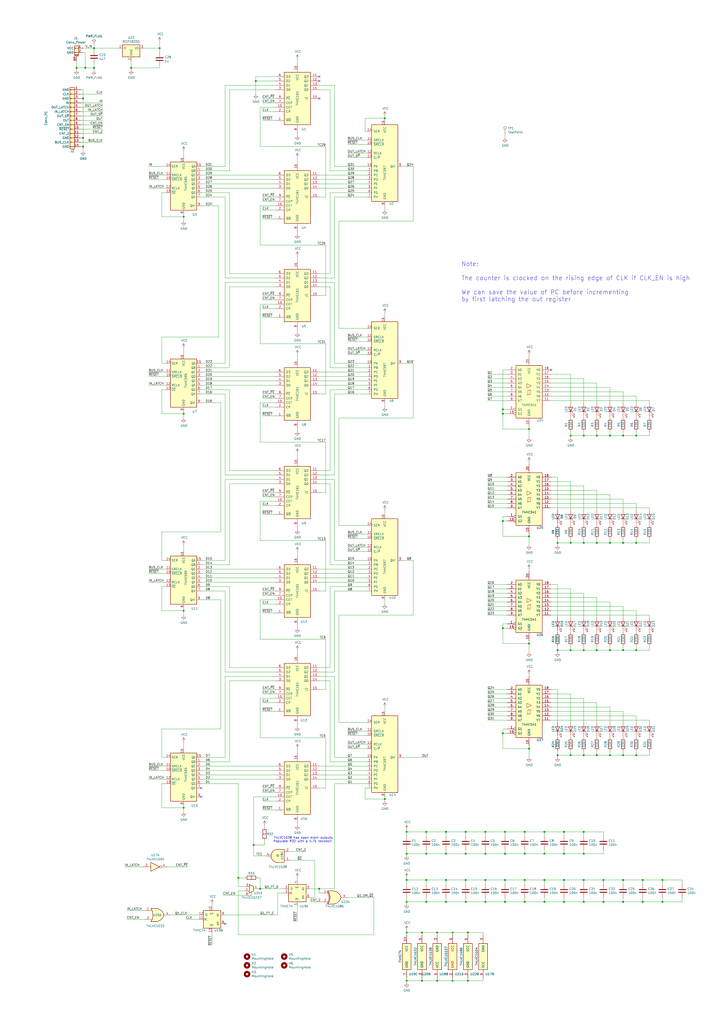
<source format=kicad_sch>
(kicad_sch (version 20211123) (generator eeschema)
  (paper "A2" portrait)
  (junction (at 259.08 510.54))
  (junction (at 271.78 568.96))
  (junction (at 292.1 240.03))
  (junction (at 354.33 438.15))
  (junction (at 270.51 482.6))
  (junction (at 354.33 314.96))
  (junction (at 316.23 482.6))
  (junction (at 223.52 463.55))
  (junction (at 270.51 495.3))
  (junction (at 327.66 510.54))
  (junction (at 48.26 80.01))
  (junction (at 373.38 523.24))
  (junction (at 106.68 240.03))
  (junction (at 236.22 482.6))
  (junction (at 293.37 495.3))
  (junction (at 339.09 438.15))
  (junction (at 236.22 495.3))
  (junction (at 259.08 523.24))
  (junction (at 247.65 482.6))
  (junction (at 339.09 523.24))
  (junction (at 361.95 252.73))
  (junction (at 346.71 438.15))
  (junction (at 270.51 510.54))
  (junction (at 106.68 468.63))
  (junction (at 373.38 510.54))
  (junction (at 369.57 377.19))
  (junction (at 292.1 364.49))
  (junction (at 323.85 377.19))
  (junction (at 254 541.02))
  (junction (at 354.33 252.73))
  (junction (at 304.8 482.6))
  (junction (at 346.71 377.19))
  (junction (at 293.37 523.24))
  (junction (at 384.81 510.54))
  (junction (at 271.78 541.02))
  (junction (at 106.68 354.33))
  (junction (at 245.11 541.02))
  (junction (at 323.85 314.96))
  (junction (at 148.59 46.99))
  (junction (at 245.11 568.96))
  (junction (at 350.52 510.54))
  (junction (at 281.94 510.54))
  (junction (at 293.37 510.54))
  (junction (at 307.34 248.92))
  (junction (at 254 568.96))
  (junction (at 281.94 495.3))
  (junction (at 316.23 510.54))
  (junction (at 138.43 509.27))
  (junction (at 247.65 495.3))
  (junction (at 185.42 515.62))
  (junction (at 346.71 314.96))
  (junction (at 48.26 57.15))
  (junction (at 54.61 27.94))
  (junction (at 339.09 377.19))
  (junction (at 236.22 541.02))
  (junction (at 339.09 482.6))
  (junction (at 307.34 311.15))
  (junction (at 307.34 434.34))
  (junction (at 304.8 510.54))
  (junction (at 327.66 523.24))
  (junction (at 331.47 314.96))
  (junction (at 270.51 523.24))
  (junction (at 236.22 568.96))
  (junction (at 292.1 302.26))
  (junction (at 369.57 438.15))
  (junction (at 346.71 252.73))
  (junction (at 259.08 482.6))
  (junction (at 339.09 510.54))
  (junction (at 304.8 523.24))
  (junction (at 281.94 482.6))
  (junction (at 327.66 482.6))
  (junction (at 236.22 523.24))
  (junction (at 292.1 237.49))
  (junction (at 92.71 27.94))
  (junction (at 339.09 252.73))
  (junction (at 307.34 373.38))
  (junction (at 339.09 314.96))
  (junction (at 262.89 541.02))
  (junction (at 354.33 377.19))
  (junction (at 247.65 510.54))
  (junction (at 44.45 39.37))
  (junction (at 151.13 515.62))
  (junction (at 369.57 314.96))
  (junction (at 369.57 252.73))
  (junction (at 323.85 438.15))
  (junction (at 316.23 523.24))
  (junction (at 236.22 510.54))
  (junction (at 316.23 495.3))
  (junction (at 361.95 510.54))
  (junction (at 281.94 523.24))
  (junction (at 384.81 523.24))
  (junction (at 147.32 490.22))
  (junction (at 76.2 39.37))
  (junction (at 247.65 523.24))
  (junction (at 361.95 377.19))
  (junction (at 292.1 425.45))
  (junction (at 361.95 314.96))
  (junction (at 361.95 438.15))
  (junction (at 339.09 495.3))
  (junction (at 331.47 438.15))
  (junction (at 48.26 85.09))
  (junction (at 331.47 377.19))
  (junction (at 327.66 495.3))
  (junction (at 223.52 68.58))
  (junction (at 259.08 495.3))
  (junction (at 49.53 39.37))
  (junction (at 331.47 252.73))
  (junction (at 54.61 39.37))
  (junction (at 361.95 523.24))
  (junction (at 293.37 482.6))
  (junction (at 106.68 125.73))
  (junction (at 262.89 568.96))
  (junction (at 304.8 495.3))
  (junction (at 350.52 523.24))
  (no_connect (at 130.81 535.94))
  (no_connect (at 116.84 457.2))
  (no_connect (at 185.42 46.99))
  (no_connect (at 185.42 44.45))
  (no_connect (at 185.42 57.15))
  (no_connect (at 116.84 462.28))
  (no_connect (at 320.04 214.63))
  (wire (pts (xy 194.31 228.6) (xy 194.31 275.59)))
  (wire (pts (xy 86.36 109.22) (xy 96.52 109.22)))
  (wire (pts (xy 148.59 46.99) (xy 148.59 54.61)))
  (wire (pts (xy 133.35 213.36) (xy 133.35 166.37)))
  (wire (pts (xy 148.59 46.99) (xy 148.59 44.45)))
  (wire (pts (xy 186.69 518.16) (xy 185.42 518.16)))
  (wire (pts (xy 293.37 482.6) (xy 304.8 482.6)))
  (wire (pts (xy 361.95 351.79) (xy 361.95 358.14)))
  (wire (pts (xy 283.21 400.05) (xy 294.64 400.05)))
  (wire (pts (xy 339.09 365.76) (xy 339.09 367.03)))
  (wire (pts (xy 130.81 49.53) (xy 130.81 96.52)))
  (wire (pts (xy 354.33 312.42) (xy 354.33 314.96)))
  (wire (pts (xy 116.84 99.06) (xy 133.35 99.06)))
  (wire (pts (xy 223.52 233.68) (xy 223.52 236.22)))
  (wire (pts (xy 194.31 114.3) (xy 194.31 161.29)))
  (wire (pts (xy 331.47 374.65) (xy 331.47 377.19)))
  (wire (pts (xy 147.32 462.28) (xy 160.02 462.28)))
  (wire (pts (xy 346.71 312.42) (xy 346.71 314.96)))
  (wire (pts (xy 236.22 523.24) (xy 247.65 523.24)))
  (wire (pts (xy 93.98 111.76) (xy 96.52 111.76)))
  (wire (pts (xy 59.69 74.93) (xy 46.99 74.93)))
  (wire (pts (xy 152.4 345.44) (xy 160.02 345.44)))
  (wire (pts (xy 236.22 482.6) (xy 247.65 482.6)))
  (wire (pts (xy 331.47 241.3) (xy 331.47 242.57)))
  (wire (pts (xy 130.81 278.13) (xy 130.81 325.12)))
  (wire (pts (xy 185.42 273.05) (xy 191.77 273.05)))
  (wire (pts (xy 116.84 119.38) (xy 127 119.38)))
  (wire (pts (xy 346.71 250.19) (xy 346.71 252.73)))
  (wire (pts (xy 323.85 377.19) (xy 323.85 378.46)))
  (wire (pts (xy 377.19 365.76) (xy 377.19 367.03)))
  (wire (pts (xy 129.54 519.43) (xy 142.24 519.43)))
  (wire (pts (xy 292.1 361.95) (xy 292.1 364.49)))
  (wire (pts (xy 106.68 316.23) (xy 106.68 320.04)))
  (wire (pts (xy 320.04 229.87) (xy 369.57 229.87)))
  (wire (pts (xy 201.93 83.82) (xy 213.36 83.82)))
  (wire (pts (xy 339.09 241.3) (xy 339.09 242.57)))
  (wire (pts (xy 270.51 523.24) (xy 281.94 523.24)))
  (wire (pts (xy 283.21 402.59) (xy 294.64 402.59)))
  (wire (pts (xy 93.98 422.91) (xy 93.98 439.42)))
  (wire (pts (xy 116.84 228.6) (xy 130.81 228.6)))
  (wire (pts (xy 339.09 377.19) (xy 346.71 377.19)))
  (wire (pts (xy 194.31 392.43) (xy 194.31 439.42)))
  (wire (pts (xy 281.94 523.24) (xy 293.37 523.24)))
  (wire (pts (xy 172.72 377.19) (xy 172.72 379.73)))
  (wire (pts (xy 116.84 114.3) (xy 130.81 114.3)))
  (wire (pts (xy 106.68 125.73) (xy 106.68 128.27)))
  (wire (pts (xy 327.66 485.14) (xy 327.66 482.6)))
  (wire (pts (xy 281.94 485.14) (xy 281.94 482.6)))
  (wire (pts (xy 152.4 350.52) (xy 160.02 350.52)))
  (wire (pts (xy 151.13 313.69) (xy 151.13 290.83)))
  (wire (pts (xy 327.66 520.7) (xy 327.66 523.24)))
  (wire (pts (xy 201.93 88.9) (xy 213.36 88.9)))
  (wire (pts (xy 196.85 242.57) (xy 240.03 242.57)))
  (wire (pts (xy 339.09 495.3) (xy 350.52 495.3)))
  (wire (pts (xy 339.09 510.54) (xy 350.52 510.54)))
  (wire (pts (xy 369.57 312.42) (xy 369.57 314.96)))
  (wire (pts (xy 373.38 523.24) (xy 384.81 523.24)))
  (wire (pts (xy 283.21 351.79) (xy 294.64 351.79)))
  (wire (pts (xy 294.64 361.95) (xy 292.1 361.95)))
  (wire (pts (xy 294.64 287.02) (xy 283.21 287.02)))
  (wire (pts (xy 281.94 513.08) (xy 281.94 510.54)))
  (wire (pts (xy 138.43 542.29) (xy 217.17 542.29)))
  (wire (pts (xy 133.35 158.75) (xy 133.35 111.76)))
  (wire (pts (xy 281.94 520.7) (xy 281.94 523.24)))
  (wire (pts (xy 152.4 171.45) (xy 160.02 171.45)))
  (wire (pts (xy 373.38 520.7) (xy 373.38 523.24)))
  (wire (pts (xy 339.09 374.65) (xy 339.09 377.19)))
  (wire (pts (xy 369.57 377.19) (xy 377.19 377.19)))
  (wire (pts (xy 153.67 487.68) (xy 153.67 490.22)))
  (wire (pts (xy 93.98 354.33) (xy 93.98 340.36)))
  (wire (pts (xy 189.23 285.75) (xy 189.23 256.54)))
  (wire (pts (xy 223.52 119.38) (xy 223.52 121.92)))
  (wire (pts (xy 213.36 190.5) (xy 196.85 190.5)))
  (wire (pts (xy 354.33 374.65) (xy 354.33 377.19)))
  (wire (pts (xy 152.4 298.45) (xy 160.02 298.45)))
  (wire (pts (xy 106.68 125.73) (xy 93.98 125.73)))
  (wire (pts (xy 283.21 341.63) (xy 294.64 341.63)))
  (wire (pts (xy 323.85 314.96) (xy 323.85 316.23)))
  (wire (pts (xy 194.31 163.83) (xy 194.31 210.82)))
  (wire (pts (xy 346.71 365.76) (xy 346.71 367.03)))
  (wire (pts (xy 116.84 233.68) (xy 128.27 233.68)))
  (wire (pts (xy 339.09 303.53) (xy 339.09 304.8)))
  (wire (pts (xy 304.8 520.7) (xy 304.8 523.24)))
  (wire (pts (xy 369.57 229.87) (xy 369.57 233.68)))
  (wire (pts (xy 259.08 492.76) (xy 259.08 495.3)))
  (wire (pts (xy 236.22 481.33) (xy 236.22 482.6)))
  (wire (pts (xy 106.68 430.53) (xy 106.68 434.34)))
  (wire (pts (xy 185.42 106.68) (xy 213.36 106.68)))
  (wire (pts (xy 133.35 111.76) (xy 116.84 111.76)))
  (wire (pts (xy 152.4 459.74) (xy 160.02 459.74)))
  (wire (pts (xy 189.23 400.05) (xy 189.23 370.84)))
  (wire (pts (xy 331.47 438.15) (xy 339.09 438.15)))
  (wire (pts (xy 283.21 232.41) (xy 294.64 232.41)))
  (wire (pts (xy 49.53 39.37) (xy 49.53 30.48)))
  (wire (pts (xy 320.04 341.63) (xy 331.47 341.63)))
  (wire (pts (xy 361.95 303.53) (xy 361.95 304.8)))
  (wire (pts (xy 307.34 433.07) (xy 307.34 434.34)))
  (wire (pts (xy 148.59 46.99) (xy 160.02 46.99)))
  (wire (pts (xy 116.84 347.98) (xy 128.27 347.98)))
  (wire (pts (xy 46.99 67.31) (xy 59.69 67.31)))
  (wire (pts (xy 185.42 452.12) (xy 213.36 452.12)))
  (wire (pts (xy 307.34 205.74) (xy 307.34 207.01)))
  (wire (pts (xy 48.26 57.15) (xy 48.26 80.01)))
  (wire (pts (xy 320.04 232.41) (xy 377.19 232.41)))
  (wire (pts (xy 152.4 285.75) (xy 160.02 285.75)))
  (wire (pts (xy 223.52 462.28) (xy 223.52 463.55)))
  (wire (pts (xy 354.33 224.79) (xy 354.33 233.68)))
  (wire (pts (xy 280.67 541.02) (xy 280.67 542.29)))
  (wire (pts (xy 245.11 568.96) (xy 245.11 567.69)))
  (wire (pts (xy 92.71 27.94) (xy 92.71 24.13)))
  (wire (pts (xy 44.45 35.56) (xy 44.45 39.37)))
  (wire (pts (xy 130.81 163.83) (xy 160.02 163.83)))
  (wire (pts (xy 247.65 523.24) (xy 259.08 523.24)))
  (wire (pts (xy 373.38 510.54) (xy 384.81 510.54)))
  (wire (pts (xy 194.31 389.89) (xy 194.31 342.9)))
  (wire (pts (xy 346.71 222.25) (xy 346.71 233.68)))
  (wire (pts (xy 247.65 485.14) (xy 247.65 482.6)))
  (wire (pts (xy 59.69 77.47) (xy 46.99 77.47)))
  (wire (pts (xy 194.31 49.53) (xy 194.31 96.52)))
  (wire (pts (xy 138.43 509.27) (xy 138.43 514.35)))
  (wire (pts (xy 153.67 496.57) (xy 147.32 496.57)))
  (wire (pts (xy 185.42 220.98) (xy 213.36 220.98)))
  (wire (pts (xy 396.24 510.54) (xy 396.24 513.08)))
  (wire (pts (xy 236.22 520.7) (xy 236.22 523.24)))
  (wire (pts (xy 339.09 438.15) (xy 346.71 438.15)))
  (wire (pts (xy 201.93 203.2) (xy 213.36 203.2)))
  (wire (pts (xy 327.66 492.76) (xy 327.66 495.3)))
  (wire (pts (xy 240.03 128.27) (xy 240.03 96.52)))
  (wire (pts (xy 323.85 419.1) (xy 323.85 400.05)))
  (wire (pts (xy 48.26 52.07) (xy 48.26 57.15)))
  (wire (pts (xy 185.42 444.5) (xy 213.36 444.5)))
  (wire (pts (xy 86.36 218.44) (xy 96.52 218.44)))
  (wire (pts (xy 316.23 485.14) (xy 316.23 482.6)))
  (wire (pts (xy 259.08 482.6) (xy 270.51 482.6)))
  (wire (pts (xy 189.23 370.84) (xy 151.13 370.84)))
  (wire (pts (xy 283.21 276.86) (xy 294.64 276.86)))
  (wire (pts (xy 361.95 377.19) (xy 369.57 377.19)))
  (wire (pts (xy 180.34 523.24) (xy 186.69 523.24)))
  (wire (pts (xy 185.42 337.82) (xy 213.36 337.82)))
  (wire (pts (xy 106.68 201.93) (xy 106.68 205.74)))
  (wire (pts (xy 283.21 289.56) (xy 294.64 289.56)))
  (wire (pts (xy 307.34 247.65) (xy 307.34 248.92)))
  (wire (pts (xy 320.04 417.83) (xy 377.19 417.83)))
  (wire (pts (xy 172.72 78.74) (xy 172.72 77.47)))
  (wire (pts (xy 259.08 510.54) (xy 270.51 510.54)))
  (wire (pts (xy 320.04 410.21) (xy 354.33 410.21)))
  (wire (pts (xy 316.23 520.7) (xy 316.23 523.24)))
  (wire (pts (xy 130.81 96.52) (xy 116.84 96.52)))
  (wire (pts (xy 127 195.58) (xy 93.98 195.58)))
  (wire (pts (xy 331.47 377.19) (xy 339.09 377.19)))
  (wire (pts (xy 196.85 356.87) (xy 240.03 356.87)))
  (wire (pts (xy 320.04 227.33) (xy 361.95 227.33)))
  (wire (pts (xy 185.42 228.6) (xy 189.23 228.6)))
  (wire (pts (xy 128.27 308.61) (xy 93.98 308.61)))
  (wire (pts (xy 86.36 101.6) (xy 96.52 101.6)))
  (wire (pts (xy 320.04 276.86) (xy 323.85 276.86)))
  (wire (pts (xy 133.35 273.05) (xy 133.35 226.06)))
  (wire (pts (xy 247.65 520.7) (xy 247.65 523.24)))
  (wire (pts (xy 369.57 374.65) (xy 369.57 377.19)))
  (wire (pts (xy 133.35 158.75) (xy 160.02 158.75)))
  (wire (pts (xy 270.51 520.7) (xy 270.51 523.24)))
  (wire (pts (xy 283.21 284.48) (xy 294.64 284.48)))
  (wire (pts (xy 191.77 213.36) (xy 213.36 213.36)))
  (wire (pts (xy 361.95 426.72) (xy 361.95 427.99)))
  (wire (pts (xy 160.02 332.74) (xy 116.84 332.74)))
  (wire (pts (xy 281.94 510.54) (xy 293.37 510.54)))
  (wire (pts (xy 307.34 330.2) (xy 307.34 331.47)))
  (wire (pts (xy 354.33 435.61) (xy 354.33 438.15)))
  (wire (pts (xy 283.21 217.17) (xy 294.64 217.17)))
  (wire (pts (xy 196.85 128.27) (xy 196.85 190.5)))
  (wire (pts (xy 327.66 523.24) (xy 339.09 523.24)))
  (wire (pts (xy 307.34 372.11) (xy 307.34 373.38)))
  (wire (pts (xy 180.34 515.62) (xy 185.42 515.62)))
  (wire (pts (xy 384.81 513.08) (xy 384.81 510.54)))
  (wire (pts (xy 320.04 402.59) (xy 331.47 402.59)))
  (wire (pts (xy 151.13 515.62) (xy 165.1 515.62)))
  (wire (pts (xy 185.42 392.43) (xy 194.31 392.43)))
  (wire (pts (xy 46.99 85.09) (xy 48.26 85.09)))
  (wire (pts (xy 116.84 109.22) (xy 160.02 109.22)))
  (wire (pts (xy 147.32 462.28) (xy 147.32 490.22)))
  (wire (pts (xy 361.95 412.75) (xy 361.95 419.1)))
  (wire (pts (xy 172.72 320.04) (xy 172.72 322.58)))
  (wire (pts (xy 331.47 435.61) (xy 331.47 438.15)))
  (wire (pts (xy 361.95 513.08) (xy 361.95 510.54)))
  (wire (pts (xy 185.42 389.89) (xy 194.31 389.89)))
  (wire (pts (xy 320.04 400.05) (xy 323.85 400.05)))
  (wire (pts (xy 339.09 492.76) (xy 339.09 495.3)))
  (wire (pts (xy 152.4 400.05) (xy 160.02 400.05)))
  (wire (pts (xy 320.04 344.17) (xy 339.09 344.17)))
  (wire (pts (xy 223.52 410.21) (xy 223.52 412.75)))
  (wire (pts (xy 292.1 425.45) (xy 292.1 434.34)))
  (wire (pts (xy 191.77 441.96) (xy 213.36 441.96)))
  (wire (pts (xy 152.4 288.29) (xy 160.02 288.29)))
  (wire (pts (xy 361.95 314.96) (xy 369.57 314.96)))
  (wire (pts (xy 323.85 438.15) (xy 331.47 438.15)))
  (wire (pts (xy 151.13 199.39) (xy 151.13 176.53)))
  (wire (pts (xy 151.13 256.54) (xy 151.13 233.68)))
  (wire (pts (xy 247.65 492.76) (xy 247.65 495.3)))
  (wire (pts (xy 245.11 541.02) (xy 245.11 542.29)))
  (wire (pts (xy 331.47 279.4) (xy 331.47 295.91)))
  (wire (pts (xy 106.68 354.33) (xy 93.98 354.33)))
  (wire (pts (xy 245.11 541.02) (xy 254 541.02)))
  (wire (pts (xy 116.84 327.66) (xy 133.35 327.66)))
  (wire (pts (xy 240.03 242.57) (xy 240.03 210.82)))
  (wire (pts (xy 149.86 515.62) (xy 151.13 515.62)))
  (wire (pts (xy 185.42 163.83) (xy 194.31 163.83)))
  (wire (pts (xy 247.65 495.3) (xy 259.08 495.3)))
  (wire (pts (xy 172.72 91.44) (xy 172.72 93.98)))
  (wire (pts (xy 151.13 176.53) (xy 160.02 176.53)))
  (wire (pts (xy 152.4 121.92) (xy 160.02 121.92)))
  (wire (pts (xy 189.23 285.75) (xy 185.42 285.75)))
  (wire (pts (xy 59.69 72.39) (xy 46.99 72.39)))
  (wire (pts (xy 172.72 34.29) (xy 172.72 36.83)))
  (wire (pts (xy 133.35 99.06) (xy 133.35 52.07)))
  (wire (pts (xy 59.69 82.55) (xy 46.99 82.55)))
  (wire (pts (xy 354.33 287.02) (xy 354.33 295.91)))
  (wire (pts (xy 217.17 520.7) (xy 201.93 520.7)))
  (wire (pts (xy 48.26 80.01) (xy 48.26 85.09)))
  (wire (pts (xy 223.52 68.58) (xy 212.09 68.58)))
  (wire (pts (xy 292.1 214.63) (xy 294.64 214.63)))
  (wire (pts (xy 212.09 463.55) (xy 223.52 463.55)))
  (wire (pts (xy 361.95 365.76) (xy 361.95 367.03)))
  (wire (pts (xy 153.67 478.79) (xy 153.67 480.06)))
  (wire (pts (xy 49.53 39.37) (xy 54.61 39.37)))
  (wire (pts (xy 191.77 327.66) (xy 213.36 327.66)))
  (wire (pts (xy 185.42 280.67) (xy 191.77 280.67)))
  (wire (pts (xy 236.22 541.02) (xy 245.11 541.02)))
  (wire (pts (xy 259.08 485.14) (xy 259.08 482.6)))
  (wire (pts (xy 247.65 513.08) (xy 247.65 510.54)))
  (wire (pts (xy 294.64 346.71) (xy 283.21 346.71)))
  (wire (pts (xy 48.26 85.09) (xy 48.26 87.63)))
  (wire (pts (xy 189.23 171.45) (xy 189.23 142.24)))
  (wire (pts (xy 54.61 29.21) (xy 54.61 27.94)))
  (wire (pts (xy 294.64 299.72) (xy 292.1 299.72)))
  (wire (pts (xy 54.61 39.37) (xy 54.61 40.64)))
  (wire (pts (xy 262.89 541.02) (xy 262.89 542.29)))
  (wire (pts (xy 212.09 68.58) (xy 212.09 76.2)))
  (wire (pts (xy 185.42 335.28) (xy 213.36 335.28)))
  (wire (pts (xy 185.42 109.22) (xy 213.36 109.22)))
  (wire (pts (xy 270.51 492.76) (xy 270.51 495.3)))
  (wire (pts (xy 194.31 278.13) (xy 194.31 325.12)))
  (wire (pts (xy 320.04 284.48) (xy 346.71 284.48)))
  (wire (pts (xy 161.29 530.86) (xy 130.81 530.86)))
  (wire (pts (xy 307.34 309.88) (xy 307.34 311.15)))
  (wire (pts (xy 46.99 52.07) (xy 48.26 52.07)))
  (wire (pts (xy 327.66 510.54) (xy 339.09 510.54)))
  (wire (pts (xy 307.34 311.15) (xy 307.34 316.23)))
  (wire (pts (xy 339.09 520.7) (xy 339.09 523.24)))
  (wire (pts (xy 339.09 405.13) (xy 339.09 419.1)))
  (wire (pts (xy 93.98 340.36) (xy 96.52 340.36)))
  (wire (pts (xy 304.8 485.14) (xy 304.8 482.6)))
  (wire (pts (xy 86.36 337.82) (xy 96.52 337.82)))
  (wire (pts (xy 189.23 199.39) (xy 151.13 199.39)))
  (wire (pts (xy 151.13 62.23) (xy 160.02 62.23)))
  (wire (pts (xy 304.8 495.3) (xy 316.23 495.3)))
  (wire (pts (xy 133.35 327.66) (xy 133.35 280.67)))
  (wire (pts (xy 201.93 195.58) (xy 213.36 195.58)))
  (wire (pts (xy 201.93 320.04) (xy 213.36 320.04)))
  (wire (pts (xy 283.21 281.94) (xy 294.64 281.94)))
  (wire (pts (xy 271.78 568.96) (xy 280.67 568.96)))
  (wire (pts (xy 213.36 114.3) (xy 194.31 114.3)))
  (wire (pts (xy 293.37 492.76) (xy 293.37 495.3)))
  (wire (pts (xy 283.21 405.13) (xy 294.64 405.13)))
  (wire (pts (xy 304.8 482.6) (xy 316.23 482.6)))
  (wire (pts (xy 191.77 340.36) (xy 213.36 340.36)))
  (wire (pts (xy 377.19 294.64) (xy 377.19 295.91)))
  (wire (pts (xy 196.85 128.27) (xy 240.03 128.27)))
  (wire (pts (xy 384.81 510.54) (xy 396.24 510.54)))
  (wire (pts (xy 46.99 80.01) (xy 48.26 80.01)))
  (wire (pts (xy 194.31 439.42) (xy 213.36 439.42)))
  (wire (pts (xy 191.77 273.05) (xy 191.77 226.06)))
  (wire (pts (xy 201.93 431.8) (xy 213.36 431.8)))
  (wire (pts (xy 133.35 387.35) (xy 133.35 340.36)))
  (wire (pts (xy 384.81 520.7) (xy 384.81 523.24)))
  (wire (pts (xy 59.69 64.77) (xy 46.99 64.77)))
  (wire (pts (xy 320.04 351.79) (xy 361.95 351.79)))
  (wire (pts (xy 236.22 510.54) (xy 247.65 510.54)))
  (wire (pts (xy 213.36 304.8) (xy 196.85 304.8)))
  (wire (pts (xy 106.68 353.06) (xy 106.68 354.33)))
  (wire (pts (xy 280.67 568.96) (xy 280.67 567.69)))
  (wire (pts (xy 152.4 179.07) (xy 160.02 179.07)))
  (wire (pts (xy 346.71 314.96) (xy 354.33 314.96)))
  (wire (pts (xy 86.36 452.12) (xy 96.52 452.12)))
  (wire (pts (xy 316.23 523.24) (xy 327.66 523.24)))
  (wire (pts (xy 316.23 510.54) (xy 327.66 510.54)))
  (wire (pts (xy 292.1 302.26) (xy 292.1 311.15)))
  (wire (pts (xy 93.98 226.06) (xy 96.52 226.06)))
  (wire (pts (xy 130.81 389.89) (xy 160.02 389.89)))
  (wire (pts (xy 46.99 69.85) (xy 59.69 69.85)))
  (wire (pts (xy 270.51 482.6) (xy 281.94 482.6)))
  (wire (pts (xy 130.81 392.43) (xy 130.81 439.42)))
  (wire (pts (xy 130.81 228.6) (xy 130.81 275.59)))
  (wire (pts (xy 185.42 161.29) (xy 194.31 161.29)))
  (wire (pts (xy 106.68 467.36) (xy 106.68 468.63)))
  (wire (pts (xy 304.8 523.24) (xy 316.23 523.24)))
  (wire (pts (xy 320.04 405.13) (xy 339.09 405.13)))
  (wire (pts (xy 133.35 226.06) (xy 116.84 226.06)))
  (wire (pts (xy 86.36 330.2) (xy 96.52 330.2)))
  (wire (pts (xy 236.22 541.02) (xy 236.22 542.29)))
  (wire (pts (xy 323.85 295.91) (xy 323.85 276.86)))
  (wire (pts (xy 130.81 278.13) (xy 160.02 278.13)))
  (wire (pts (xy 354.33 252.73) (xy 361.95 252.73)))
  (wire (pts (xy 172.72 250.19) (xy 172.72 248.92)))
  (wire (pts (xy 283.21 354.33) (xy 294.64 354.33)))
  (wire (pts (xy 138.43 516.89) (xy 138.43 542.29)))
  (wire (pts (xy 44.45 40.64) (xy 44.45 39.37)))
  (wire (pts (xy 377.19 426.72) (xy 377.19 427.99)))
  (wire (pts (xy 185.42 518.16) (xy 185.42 515.62)))
  (wire (pts (xy 331.47 217.17) (xy 331.47 233.68)))
  (wire (pts (xy 185.42 166.37) (xy 191.77 166.37)))
  (wire (pts (xy 339.09 314.96) (xy 346.71 314.96)))
  (wire (pts (xy 281.94 492.76) (xy 281.94 495.3)))
  (wire (pts (xy 116.84 337.82) (xy 160.02 337.82)))
  (wire (pts (xy 283.21 229.87) (xy 294.64 229.87)))
  (wire (pts (xy 307.34 391.16) (xy 307.34 392.43)))
  (wire (pts (xy 377.19 374.65) (xy 377.19 377.19)))
  (wire (pts (xy 323.85 365.76) (xy 323.85 367.03)))
  (wire (pts (xy 293.37 485.14) (xy 293.37 482.6)))
  (wire (pts (xy 320.04 354.33) (xy 369.57 354.33)))
  (wire (pts (xy 245.11 568.96) (xy 254 568.96)))
  (wire (pts (xy 369.57 365.76) (xy 369.57 367.03)))
  (wire (pts (xy 294.64 237.49) (xy 292.1 237.49)))
  (wire (pts (xy 331.47 252.73) (xy 339.09 252.73)))
  (wire (pts (xy 194.31 325.12) (xy 213.36 325.12)))
  (wire (pts (xy 142.24 509.27) (xy 138.43 509.27)))
  (wire (pts (xy 152.4 412.75) (xy 160.02 412.75)))
  (wire (pts (xy 354.33 250.19) (xy 354.33 252.73)))
  (wire (pts (xy 106.68 468.63) (xy 106.68 471.17)))
  (wire (pts (xy 189.23 427.99) (xy 151.13 427.99)))
  (wire (pts (xy 189.23 142.24) (xy 151.13 142.24)))
  (wire (pts (xy 223.52 67.31) (xy 223.52 68.58)))
  (wire (pts (xy 331.47 250.19) (xy 331.47 252.73)))
  (wire (pts (xy 86.36 332.74) (xy 96.52 332.74)))
  (wire (pts (xy 323.85 435.61) (xy 323.85 438.15)))
  (wire (pts (xy 361.95 520.7) (xy 361.95 523.24)))
  (wire (pts (xy 152.4 464.82) (xy 160.02 464.82)))
  (wire (pts (xy 283.21 356.87) (xy 294.64 356.87)))
  (wire (pts (xy 106.68 87.63) (xy 106.68 91.44)))
  (wire (pts (xy 292.1 240.03) (xy 294.64 240.03)))
  (wire (pts (xy 292.1 299.72) (xy 292.1 302.26)))
  (wire (pts (xy 320.04 219.71) (xy 339.09 219.71)))
  (wire (pts (xy 201.93 434.34) (xy 213.36 434.34)))
  (wire (pts (xy 201.93 91.44) (xy 213.36 91.44)))
  (wire (pts (xy 189.23 85.09) (xy 151.13 85.09)))
  (wire (pts (xy 283.21 415.29) (xy 294.64 415.29)))
  (wire (pts (xy 189.23 342.9) (xy 189.23 313.69)))
  (wire (pts (xy 316.23 495.3) (xy 327.66 495.3)))
  (wire (pts (xy 320.04 292.1) (xy 369.57 292.1)))
  (wire (pts (xy 185.42 457.2) (xy 189.23 457.2)))
  (wire (pts (xy 292.1 364.49) (xy 294.64 364.49)))
  (wire (pts (xy 116.84 215.9) (xy 160.02 215.9)))
  (wire (pts (xy 46.99 57.15) (xy 48.26 57.15)))
  (wire (pts (xy 292.1 434.34) (xy 307.34 434.34)))
  (wire (pts (xy 346.71 241.3) (xy 346.71 242.57)))
  (wire (pts (xy 236.22 492.76) (xy 236.22 495.3)))
  (wire (pts (xy 172.72 135.89) (xy 172.72 134.62)))
  (wire (pts (xy 323.85 377.19) (xy 331.47 377.19)))
  (wire (pts (xy 213.36 228.6) (xy 194.31 228.6)))
  (wire (pts (xy 307.34 434.34) (xy 307.34 439.42)))
  (wire (pts (xy 369.57 250.19) (xy 369.57 252.73)))
  (wire (pts (xy 240.03 325.12) (xy 233.68 325.12)))
  (wire (pts (xy 339.09 312.42) (xy 339.09 314.96)))
  (wire (pts (xy 128.27 347.98) (xy 128.27 422.91)))
  (wire (pts (xy 354.33 303.53) (xy 354.33 304.8)))
  (wire (pts (xy 320.04 281.94) (xy 339.09 281.94)))
  (wire (pts (xy 212.09 76.2) (xy 213.36 76.2)))
  (wire (pts (xy 160.02 104.14) (xy 116.84 104.14)))
  (wire (pts (xy 86.36 96.52) (xy 96.52 96.52)))
  (wire (pts (xy 331.47 303.53) (xy 331.47 304.8)))
  (wire (pts (xy 185.42 52.07) (xy 191.77 52.07)))
  (wire (pts (xy 123.19 524.51) (xy 123.19 525.78)))
  (wire (pts (xy 369.57 435.61) (xy 369.57 438.15)))
  (wire (pts (xy 262.89 541.02) (xy 271.78 541.02)))
  (wire (pts (xy 116.84 449.58) (xy 160.02 449.58)))
  (wire (pts (xy 293.37 523.24) (xy 304.8 523.24)))
  (wire (pts (xy 320.04 222.25) (xy 346.71 222.25)))
  (wire (pts (xy 361.95 241.3) (xy 361.95 242.57)))
  (wire (pts (xy 377.19 250.19) (xy 377.19 252.73)))
  (wire (pts (xy 194.31 342.9) (xy 213.36 342.9)))
  (wire (pts (xy 294.64 224.79) (xy 283.21 224.79)))
  (wire (pts (xy 73.66 528.32) (xy 83.82 528.32)))
  (wire (pts (xy 354.33 349.25) (xy 354.33 358.14)))
  (wire (pts (xy 304.8 513.08) (xy 304.8 510.54)))
  (wire (pts (xy 106.68 238.76) (xy 106.68 240.03)))
  (wire (pts (xy 320.04 279.4) (xy 331.47 279.4)))
  (wire (pts (xy 189.23 256.54) (xy 151.13 256.54)))
  (wire (pts (xy 212.09 457.2) (xy 212.09 463.55)))
  (wire (pts (xy 172.72 148.59) (xy 172.72 151.13)))
  (wire (pts (xy 331.47 252.73) (xy 331.47 254)))
  (wire (pts (xy 283.21 417.83) (xy 294.64 417.83)))
  (wire (pts (xy 339.09 482.6) (xy 350.52 482.6)))
  (wire (pts (xy 133.35 52.07) (xy 160.02 52.07)))
  (wire (pts (xy 142.24 516.89) (xy 138.43 516.89)))
  (wire (pts (xy 240.03 96.52) (xy 233.68 96.52)))
  (wire (pts (xy 152.4 69.85) (xy 160.02 69.85)))
  (wire (pts (xy 223.52 347.98) (xy 223.52 350.52)))
  (wire (pts (xy 323.85 312.42) (xy 323.85 314.96)))
  (wire (pts (xy 130.81 439.42) (xy 116.84 439.42)))
  (wire (pts (xy 152.4 57.15) (xy 160.02 57.15)))
  (wire (pts (xy 151.13 142.24) (xy 151.13 119.38)))
  (wire (pts (xy 86.36 104.14) (xy 96.52 104.14)))
  (wire (pts (xy 213.36 457.2) (xy 212.09 457.2)))
  (wire (pts (xy 168.91 494.03) (xy 177.8 494.03)))
  (wire (pts (xy 54.61 39.37) (xy 54.61 36.83)))
  (wire (pts (xy 354.33 410.21) (xy 354.33 419.1)))
  (wire (pts (xy 191.77 226.06) (xy 213.36 226.06)))
  (wire (pts (xy 172.72 193.04) (xy 172.72 191.77)))
  (wire (pts (xy 213.36 104.14) (xy 185.42 104.14)))
  (wire (pts (xy 323.85 358.14) (xy 323.85 339.09)))
  (wire (pts (xy 377.19 312.42) (xy 377.19 314.96)))
  (wire (pts (xy 262.89 568.96) (xy 262.89 567.69)))
  (wire (pts (xy 194.31 96.52) (xy 213.36 96.52)))
  (wire (pts (xy 191.77 52.07) (xy 191.77 99.06)))
  (wire (pts (xy 361.95 312.42) (xy 361.95 314.96)))
  (wire (pts (xy 259.08 523.24) (xy 270.51 523.24)))
  (wire (pts (xy 185.42 394.97) (xy 191.77 394.97)))
  (wire (pts (xy 93.98 195.58) (xy 93.98 210.82)))
  (wire (pts (xy 331.47 365.76) (xy 331.47 367.03)))
  (wire (pts (xy 283.21 349.25) (xy 294.64 349.25)))
  (wire (pts (xy 320.04 224.79) (xy 354.33 224.79)))
  (wire (pts (xy 152.4 184.15) (xy 160.02 184.15)))
  (wire (pts (xy 307.34 267.97) (xy 307.34 269.24)))
  (wire (pts (xy 160.02 218.44) (xy 116.84 218.44)))
  (wire (pts (xy 339.09 426.72) (xy 339.09 427.99)))
  (wire (pts (xy 151.13 427.99) (xy 151.13 405.13)))
  (wire (pts (xy 271.78 542.29) (xy 271.78 541.02)))
  (wire (pts (xy 327.66 495.3) (xy 339.09 495.3)))
  (wire (pts (xy 354.33 365.76) (xy 354.33 367.03)))
  (wire (pts (xy 152.4 457.2) (xy 160.02 457.2)))
  (wire (pts (xy 151.13 347.98) (xy 160.02 347.98)))
  (wire (pts (xy 93.98 439.42) (xy 96.52 439.42)))
  (wire (pts (xy 152.4 469.9) (xy 160.02 469.9)))
  (wire (pts (xy 350.52 523.24) (xy 350.52 520.7)))
  (wire (pts (xy 130.81 325.12) (xy 116.84 325.12)))
  (wire (pts (xy 185.42 114.3) (xy 189.23 114.3)))
  (wire (pts (xy 369.57 241.3) (xy 369.57 242.57)))
  (wire (pts (xy 254 568.96) (xy 262.89 568.96)))
  (wire (pts (xy 152.4 116.84) (xy 160.02 116.84)))
  (wire (pts (xy 191.77 280.67) (xy 191.77 327.66)))
  (wire (pts (xy 138.43 454.66) (xy 138.43 509.27)))
  (wire (pts (xy 292.1 302.26) (xy 294.64 302.26)))
  (wire (pts (xy 72.39 502.92) (xy 82.55 502.92)))
  (wire (pts (xy 346.71 374.65) (xy 346.71 377.19)))
  (wire (pts (xy 160.02 447.04) (xy 116.84 447.04)))
  (wire (pts (xy 323.85 303.53) (xy 323.85 304.8)))
  (wire (pts (xy 213.36 111.76) (xy 191.77 111.76)))
  (wire (pts (xy 201.93 312.42) (xy 213.36 312.42)))
  (wire (pts (xy 116.84 342.9) (xy 130.81 342.9)))
  (wire (pts (xy 236.22 495.3) (xy 247.65 495.3)))
  (wire (pts (xy 236.22 568.96) (xy 236.22 570.23)))
  (wire (pts (xy 320.04 356.87) (xy 377.19 356.87)))
  (wire (pts (xy 151.13 509.27) (xy 151.13 515.62)))
  (wire (pts (xy 92.71 30.48) (xy 92.71 27.94)))
  (wire (pts (xy 293.37 77.47) (xy 293.37 80.01)))
  (wire (pts (xy 54.61 25.4) (xy 54.61 27.94)))
  (wire (pts (xy 46.99 62.23) (xy 59.69 62.23)))
  (wire (pts (xy 361.95 523.24) (xy 373.38 523.24)))
  (wire (pts (xy 93.98 325.12) (xy 96.52 325.12)))
  (wire (pts (xy 304.8 510.54) (xy 316.23 510.54)))
  (wire (pts (xy 189.23 313.69) (xy 151.13 313.69)))
  (wire (pts (xy 283.21 294.64) (xy 294.64 294.64)))
  (wire (pts (xy 236.22 485.14) (xy 236.22 482.6)))
  (wire (pts (xy 323.85 314.96) (xy 331.47 314.96)))
  (wire (pts (xy 223.52 463.55) (xy 223.52 464.82)))
  (wire (pts (xy 92.71 39.37) (xy 92.71 38.1)))
  (wire (pts (xy 123.19 548.64) (xy 123.19 541.02)))
  (wire (pts (xy 323.85 374.65) (xy 323.85 377.19)))
  (wire (pts (xy 201.93 81.28) (xy 213.36 81.28)))
  (wire (pts (xy 316.23 492.76) (xy 316.23 495.3)))
  (wire (pts (xy 377.19 303.53) (xy 377.19 304.8)))
  (wire (pts (xy 236.22 513.08) (xy 236.22 510.54)))
  (wire (pts (xy 172.72 364.49) (xy 172.72 363.22)))
  (wire (pts (xy 236.22 539.75) (xy 236.22 541.02)))
  (wire (pts (xy 213.36 218.44) (xy 185.42 218.44)))
  (wire (pts (xy 369.57 426.72) (xy 369.57 427.99)))
  (wire (pts (xy 331.47 312.42) (xy 331.47 314.96)))
  (wire (pts (xy 346.71 435.61) (xy 346.71 438.15)))
  (wire (pts (xy 151.13 119.38) (xy 160.02 119.38)))
  (wire (pts (xy 331.47 314.96) (xy 339.09 314.96)))
  (wire (pts (xy 130.81 163.83) (xy 130.81 210.82)))
  (wire (pts (xy 346.71 407.67) (xy 346.71 419.1)))
  (wire (pts (xy 189.23 457.2) (xy 189.23 427.99)))
  (wire (pts (xy 152.4 241.3) (xy 160.02 241.3)))
  (wire (pts (xy 194.31 210.82) (xy 213.36 210.82)))
  (wire (pts (xy 323.85 426.72) (xy 323.85 427.99)))
  (wire (pts (xy 133.35 441.96) (xy 133.35 394.97)))
  (wire (pts (xy 151.13 370.84) (xy 151.13 347.98)))
  (wire (pts (xy 320.04 289.56) (xy 361.95 289.56)))
  (wire (pts (xy 152.4 342.9) (xy 160.02 342.9)))
  (wire (pts (xy 151.13 233.68) (xy 160.02 233.68)))
  (wire (pts (xy 350.52 495.3) (xy 350.52 492.76)))
  (wire (pts (xy 339.09 250.19) (xy 339.09 252.73)))
  (wire (pts (xy 270.51 485.14) (xy 270.51 482.6)))
  (wire (pts (xy 73.66 533.4) (xy 83.82 533.4)))
  (wire (pts (xy 191.77 99.06) (xy 213.36 99.06)))
  (wire (pts (xy 106.68 468.63) (xy 93.98 468.63)))
  (wire (pts (xy 172.72 262.89) (xy 172.72 265.43)))
  (wire (pts (xy 116.84 330.2) (xy 160.02 330.2)))
  (wire (pts (xy 149.86 509.27) (xy 151.13 509.27)))
  (wire (pts (xy 369.57 438.15) (xy 377.19 438.15)))
  (wire (pts (xy 201.93 426.72) (xy 213.36 426.72)))
  (wire (pts (xy 93.98 210.82) (xy 96.52 210.82)))
  (wire (pts (xy 133.35 394.97) (xy 160.02 394.97)))
  (wire (pts (xy 86.36 447.04) (xy 96.52 447.04)))
  (wire (pts (xy 223.52 295.91) (xy 223.52 298.45)))
  (wire (pts (xy 350.52 510.54) (xy 350.52 513.08)))
  (wire (pts (xy 361.95 438.15) (xy 369.57 438.15)))
  (wire (pts (xy 201.93 424.18) (xy 213.36 424.18)))
  (wire (pts (xy 346.71 377.19) (xy 354.33 377.19)))
  (wire (pts (xy 293.37 513.08) (xy 293.37 510.54)))
  (wire (pts (xy 115.57 530.86) (xy 99.06 530.86)))
  (wire (pts (xy 196.85 419.1) (xy 196.85 356.87)))
  (wire (pts (xy 116.84 106.68) (xy 160.02 106.68)))
  (wire (pts (xy 189.23 400.05) (xy 185.42 400.05)))
  (wire (pts (xy 307.34 373.38) (xy 307.34 378.46)))
  (wire (pts (xy 128.27 233.68) (xy 128.27 308.61)))
  (wire (pts (xy 283.21 219.71) (xy 294.64 219.71)))
  (wire (pts (xy 148.59 44.45) (xy 160.02 44.45)))
  (wire (pts (xy 361.95 227.33) (xy 361.95 233.68)))
  (wire (pts (xy 281.94 482.6) (xy 293.37 482.6)))
  (wire (pts (xy 189.23 228.6) (xy 189.23 199.39)))
  (wire (pts (xy 185.42 278.13) (xy 194.31 278.13)))
  (wire (pts (xy 320.04 339.09) (xy 323.85 339.09)))
  (wire (pts (xy 307.34 248.92) (xy 307.34 254)))
  (wire (pts (xy 247.65 510.54) (xy 259.08 510.54)))
  (wire (pts (xy 339.09 252.73) (xy 346.71 252.73)))
  (wire (pts (xy 361.95 435.61) (xy 361.95 438.15)))
  (wire (pts (xy 346.71 346.71) (xy 346.71 358.14)))
  (wire (pts (xy 116.84 101.6) (xy 160.02 101.6)))
  (wire (pts (xy 354.33 426.72) (xy 354.33 427.99)))
  (wire (pts (xy 172.72 421.64) (xy 172.72 420.37)))
  (wire (pts (xy 48.26 27.94) (xy 54.61 27.94)))
  (wire (pts (xy 133.35 273.05) (xy 160.02 273.05)))
  (wire (pts (xy 76.2 39.37) (xy 92.71 39.37)))
  (wire (pts (xy 247.65 482.6) (xy 259.08 482.6)))
  (wire (pts (xy 44.45 39.37) (xy 49.53 39.37)))
  (wire (pts (xy 83.82 27.94) (xy 92.71 27.94)))
  (wire (pts (xy 191.77 387.35) (xy 191.77 340.36)))
  (wire (pts (xy 185.42 342.9) (xy 189.23 342.9)))
  (wire (pts (xy 152.4 236.22) (xy 160.02 236.22)))
  (wire (pts (xy 396.24 523.24) (xy 396.24 520.7)))
  (wire (pts (xy 217.17 542.29) (xy 217.17 520.7)))
  (wire (pts (xy 130.81 114.3) (xy 130.81 161.29)))
  (wire (pts (xy 185.42 158.75) (xy 191.77 158.75)))
  (wire (pts (xy 152.4 293.37) (xy 160.02 293.37)))
  (wire (pts (xy 339.09 435.61) (xy 339.09 438.15)))
  (wire (pts (xy 283.21 339.09) (xy 294.64 339.09)))
  (wire (pts (xy 107.95 533.4) (xy 115.57 533.4)))
  (wire (pts (xy 130.81 161.29) (xy 160.02 161.29)))
  (wire (pts (xy 270.51 510.54) (xy 281.94 510.54)))
  (wire (pts (xy 320.04 349.25) (xy 354.33 349.25)))
  (wire (pts (xy 201.93 198.12) (xy 213.36 198.12)))
  (wire (pts (xy 213.36 447.04) (xy 185.42 447.04)))
  (wire (pts (xy 320.04 287.02) (xy 354.33 287.02)))
  (wire (pts (xy 165.1 518.16) (xy 161.29 518.16)))
  (wire (pts (xy 147.32 490.22) (xy 147.32 496.57)))
  (wire (pts (xy 151.13 405.13) (xy 160.02 405.13)))
  (wire (pts (xy 185.42 275.59) (xy 194.31 275.59)))
  (wire (pts (xy 346.71 252.73) (xy 354.33 252.73)))
  (wire (pts (xy 369.57 252.73) (xy 377.19 252.73)))
  (wire (pts (xy 116.84 335.28) (xy 160.02 335.28)))
  (wire (pts (xy 320.04 407.67) (xy 346.71 407.67)))
  (wire (pts (xy 185.42 223.52) (xy 213.36 223.52)))
  (wire (pts (xy 49.53 30.48) (xy 48.26 30.48)))
  (wire (pts (xy 182.88 499.11) (xy 182.88 520.7)))
  (wire (pts (xy 320.04 415.29) (xy 369.57 415.29)))
  (wire (pts (xy 294.64 410.21) (xy 283.21 410.21)))
  (wire (pts (xy 151.13 290.83) (xy 160.02 290.83)))
  (wire (pts (xy 172.72 307.34) (xy 172.72 306.07)))
  (wire (pts (xy 292.1 425.45) (xy 294.64 425.45)))
  (wire (pts (xy 201.93 317.5) (xy 213.36 317.5)))
  (wire (pts (xy 283.21 412.75) (xy 294.64 412.75)))
  (wire (pts (xy 152.4 228.6) (xy 160.02 228.6)))
  (wire (pts (xy 191.77 166.37) (xy 191.77 213.36)))
  (wire (pts (xy 320.04 346.71) (xy 346.71 346.71)))
  (wire (pts (xy 339.09 219.71) (xy 339.09 233.68)))
  (wire (pts (xy 86.36 215.9) (xy 96.52 215.9)))
  (wire (pts (xy 194.31 454.66) (xy 213.36 454.66)))
  (wire (pts (xy 213.36 419.1) (xy 196.85 419.1)))
  (wire (pts (xy 361.95 374.65) (xy 361.95 377.19)))
  (wire (pts (xy 152.4 173.99) (xy 160.02 173.99)))
  (wire (pts (xy 293.37 510.54) (xy 304.8 510.54)))
  (wire (pts (xy 292.1 240.03) (xy 292.1 248.92)))
  (wire (pts (xy 369.57 415.29) (xy 369.57 419.1)))
  (wire (pts (xy 369.57 292.1) (xy 369.57 295.91)))
  (wire (pts (xy 236.22 509.27) (xy 236.22 510.54)))
  (wire (pts (xy 384.81 523.24) (xy 396.24 523.24)))
  (wire (pts (xy 191.77 111.76) (xy 191.77 158.75)))
  (wire (pts (xy 116.84 444.5) (xy 160.02 444.5)))
  (wire (pts (xy 116.84 223.52) (xy 160.02 223.52)))
  (wire (pts (xy 270.51 513.08) (xy 270.51 510.54)))
  (wire (pts (xy 59.69 59.69) (xy 46.99 59.69)))
  (wire (pts (xy 172.72 509.27) (xy 172.72 510.54)))
  (wire (pts (xy 254 567.69) (xy 254 568.96)))
  (wire (pts (xy 152.4 355.6) (xy 160.02 355.6)))
  (wire (pts (xy 182.88 520.7) (xy 180.34 520.7)))
  (wire (pts (xy 240.03 210.82) (xy 233.68 210.82)))
  (wire (pts (xy 262.89 568.96) (xy 271.78 568.96)))
  (wire (pts (xy 233.68 439.42) (xy 248.92 439.42)))
  (wire (pts (xy 130.81 392.43) (xy 160.02 392.43)))
  (wire (pts (xy 339.09 523.24) (xy 350.52 523.24)))
  (wire (pts (xy 191.77 394.97) (xy 191.77 441.96)))
  (wire (pts (xy 236.22 568.96) (xy 245.11 568.96)))
  (wire (pts (xy 133.35 387.35) (xy 160.02 387.35)))
  (wire (pts (xy 369.57 303.53) (xy 369.57 304.8)))
  (wire (pts (xy 130.81 49.53) (xy 160.02 49.53)))
  (wire (pts (xy 254 541.02) (xy 262.89 541.02)))
  (wire (pts (xy 201.93 309.88) (xy 213.36 309.88)))
  (wire (pts (xy 161.29 518.16) (xy 161.29 530.86)))
  (wire (pts (xy 354.33 377.19) (xy 361.95 377.19)))
  (wire (pts (xy 339.09 485.14) (xy 339.09 482.6)))
  (wire (pts (xy 350.52 523.24) (xy 361.95 523.24)))
  (wire (pts (xy 283.21 344.17) (xy 294.64 344.17)))
  (wire (pts (xy 320.04 294.64) (xy 377.19 294.64)))
  (wire (pts (xy 93.98 125.73) (xy 93.98 111.76)))
  (wire (pts (xy 194.31 454.66) (xy 194.31 515.62)))
  (wire (pts (xy 361.95 510.54) (xy 373.38 510.54)))
  (wire (pts (xy 339.09 344.17) (xy 339.09 358.14)))
  (wire (pts (xy 293.37 495.3) (xy 304.8 495.3)))
  (wire (pts (xy 270.51 495.3) (xy 281.94 495.3)))
  (wire (pts (xy 350.52 510.54) (xy 361.95 510.54)))
  (wire (pts (xy 323.85 438.15) (xy 323.85 439.42)))
  (wire (pts (xy 346.71 438.15) (xy 354.33 438.15)))
  (wire (pts (xy 377.19 435.61) (xy 377.19 438.15)))
  (wire (pts (xy 316.23 513.08) (xy 316.23 510.54)))
  (wire (pts (xy 172.72 205.74) (xy 172.72 208.28)))
  (wire (pts (xy 259.08 495.3) (xy 270.51 495.3)))
  (wire (pts (xy 116.84 213.36) (xy 133.35 213.36)))
  (wire (pts (xy 152.4 402.59) (xy 160.02 402.59)))
  (wire (pts (xy 240.03 356.87) (xy 240.03 325.12)))
  (wire (pts (xy 116.84 452.12) (xy 160.02 452.12)))
  (wire (pts (xy 331.47 402.59) (xy 331.47 419.1)))
  (wire (pts (xy 292.1 214.63) (xy 292.1 237.49)))
  (wire (pts (xy 128.27 422.91) (xy 93.98 422.91)))
  (wire (pts (xy 292.1 237.49) (xy 292.1 240.03)))
  (wire (pts (xy 54.61 27.94) (xy 68.58 27.94)))
  (wire (pts (xy 223.52 68.58) (xy 223.52 69.85)))
  (wire (pts (xy 93.98 240.03) (xy 93.98 226.06)))
  (wire (pts (xy 93.98 454.66) (xy 96.52 454.66)))
  (wire (pts (xy 152.4 407.67) (xy 160.02 407.67)))
  (wire (pts (xy 93.98 468.63) (xy 93.98 454.66)))
  (wire (pts (xy 377.19 417.83) (xy 377.19 419.1)))
  (wire (pts (xy 106.68 354.33) (xy 106.68 356.87)))
  (wire (pts (xy 185.42 330.2) (xy 213.36 330.2)))
  (wire (pts (xy 86.36 444.5) (xy 96.52 444.5)))
  (wire (pts (xy 133.35 340.36) (xy 116.84 340.36)))
  (wire (pts (xy 185.42 101.6) (xy 213.36 101.6)))
  (wire (pts (xy 292.1 311.15) (xy 307.34 311.15)))
  (wire (pts (xy 354.33 438.15) (xy 361.95 438.15)))
  (wire (pts (xy 106.68 124.46) (xy 106.68 125.73)))
  (wire (pts (xy 354.33 241.3) (xy 354.33 242.57)))
  (wire (pts (xy 283.21 407.67) (xy 294.64 407.67)))
  (wire (pts (xy 281.94 495.3) (xy 293.37 495.3)))
  (wire (pts (xy 354.33 314.96) (xy 361.95 314.96)))
  (wire (pts (xy 151.13 85.09) (xy 151.13 62.23)))
  (wire (pts (xy 369.57 354.33) (xy 369.57 358.14)))
  (wire (pts (xy 346.71 426.72) (xy 346.71 427.99)))
  (wire (pts (xy 116.84 220.98) (xy 160.02 220.98)))
  (wire (pts (xy 271.78 541.02) (xy 280.67 541.02)))
  (wire (pts (xy 138.43 454.66) (xy 116.84 454.66)))
  (wire (pts (xy 316.23 482.6) (xy 327.66 482.6)))
  (wire (pts (xy 350.52 482.6) (xy 350.52 485.14)))
  (wire (pts (xy 152.4 127) (xy 160.02 127)))
  (wire (pts (xy 346.71 284.48) (xy 346.71 295.91)))
  (wire (pts (xy 172.72 434.34) (xy 172.72 436.88)))
  (wire (pts (xy 339.09 513.08) (xy 339.09 510.54)))
  (wire (pts (xy 172.72 525.78) (xy 172.72 534.67)))
  (wire (pts (xy 292.1 422.91) (xy 292.1 425.45)))
  (wire (pts (xy 86.36 223.52) (xy 96.52 223.52)))
  (wire (pts (xy 130.81 342.9) (xy 130.81 389.89)))
  (wire (pts (xy 361.95 250.19) (xy 361.95 252.73)))
  (wire (pts (xy 185.42 215.9) (xy 213.36 215.9)))
  (wire (pts (xy 236.22 495.3) (xy 236.22 496.57)))
  (wire (pts (xy 46.99 54.61) (xy 59.69 54.61)))
  (wire (pts (xy 189.23 171.45) (xy 185.42 171.45)))
  (wire (pts (xy 327.66 513.08) (xy 327.66 510.54)))
  (wire (pts (xy 185.42 515.62) (xy 194.31 515.62)))
  (wire (pts (xy 76.2 35.56) (xy 76.2 39.37)))
  (wire (pts (xy 377.19 232.41) (xy 377.19 233.68)))
  (wire (pts (xy 259.08 520.7) (xy 259.08 523.24)))
  (wire (pts (xy 106.68 240.03) (xy 93.98 240.03)))
  (wire (pts (xy 201.93 205.74) (xy 213.36 205.74)))
  (wire (pts (xy 236.22 567.69) (xy 236.22 568.96)))
  (wire (pts (xy 152.4 59.69) (xy 160.02 59.69)))
  (wire (pts (xy 189.23 114.3) (xy 189.23 85.09)))
  (wire (pts (xy 292.1 373.38) (xy 307.34 373.38)))
  (wire (pts (xy 331.47 341.63) (xy 331.47 358.14)))
  (wire (pts (xy 236.22 523.24) (xy 236.22 524.51)))
  (wire (pts (xy 377.19 356.87) (xy 377.19 358.14)))
  (wire (pts (xy 292.1 364.49) (xy 292.1 373.38)))
  (wire (pts (xy 196.85 304.8) (xy 196.85 242.57)))
  (wire (pts (xy 283.21 279.4) (xy 294.64 279.4)))
  (wire (pts (xy 76.2 39.37) (xy 76.2 40.64)))
  (wire (pts (xy 283.21 227.33) (xy 294.64 227.33)))
  (wire (pts (xy 369.57 314.96) (xy 377.19 314.96)))
  (wire (pts (xy 292.1 248.92) (xy 307.34 248.92)))
  (wire (pts (xy 320.04 412.75) (xy 361.95 412.75)))
  (wire (pts (xy 339.09 281.94) (xy 339.09 295.91)))
  (wire (pts (xy 293.37 520.7) (xy 293.37 523.24)))
  (wire (pts (xy 320.04 217.17) (xy 331.47 217.17)))
  (wire (pts (xy 377.19 241.3) (xy 377.19 242.57)))
  (wire (pts (xy 185.42 387.35) (xy 191.77 387.35)))
  (wire (pts (xy 130.81 275.59) (xy 160.02 275.59)))
  (wire (pts (xy 283.21 222.25) (xy 294.64 222.25)))
  (wire (pts (xy 346.71 303.53) (xy 346.71 304.8)))
  (wire (pts (xy 106.68 240.03) (xy 106.68 242.57)))
  (wire (pts (xy 172.72 478.79) (xy 172.72 477.52)))
  (wire (pts (xy 294.64 422.91) (xy 292.1 422.91)))
  (wire (pts (xy 109.22 502.92) (xy 97.79 502.92)))
  (wire (pts (xy 130.81 210.82) (xy 116.84 210.82)))
  (wire (pts (xy 185.42 449.58) (xy 213.36 449.58)))
  (wire (pts (xy 153.67 490.22) (xy 147.32 490.22)))
  (wire (pts (xy 127 119.38) (xy 127 195.58)))
  (wire (pts (xy 93.98 308.61) (xy 93.98 325.12)))
  (wire (pts (xy 182.88 499.11) (xy 168.91 499.11)))
  (wire (pts (xy 254 542.29) (xy 254 541.02)))
  (wire (pts (xy 223.52 181.61) (xy 223.52 184.15)))
  (wire (pts (xy 133.35 280.67) (xy 160.02 280.67)))
  (wire (pts (xy 304.8 492.76) (xy 304.8 495.3)))
  (wire (pts (xy 361.95 289.56) (xy 361.95 295.91)))
  (wire (pts (xy 152.4 114.3) (xy 160.02 114.3)))
  (wire (pts (xy 185.42 49.53) (xy 194.31 49.53)))
  (wire (pts (xy 331.47 426.72) (xy 331.47 427.99)))
  (wire (pts (xy 152.4 231.14) (xy 160.02 231.14)))
  (wire (pts (xy 361.95 252.73) (xy 369.57 252.73)))
  (wire (pts (xy 133.35 166.37) (xy 160.02 166.37)))
  (wire (pts (xy 271.78 567.69) (xy 271.78 568.96)))
  (wire (pts (xy 283.21 292.1) (xy 294.64 292.1)))
  (wire (pts (xy 327.66 482.6) (xy 339.09 482.6)))
  (wire (pts (xy 138.43 514.35) (xy 142.24 514.35)))
  (wire (pts (xy 373.38 513.08) (xy 373.38 510.54)))
  (wire (pts (xy 259.08 513.08) (xy 259.08 510.54)))
  (wire (pts (xy 213.36 332.74) (xy 185.42 332.74)))
  (wire (pts (xy 152.4 64.77) (xy 160.02 64.77)))
  (wire (pts (xy 116.84 441.96) (xy 133.35 441.96)))
  (text "74LVC1G38 has open drain outputs.\nPopulate R32 with a 4.7k resistor!" (at 158.75 488.95 0) (effects (font (size 1.27 1.27)) (justify left bottom)))
  (text "Note:\n\nThe counter is clocked on the rising edge of CLK if CLK_EN is high\n\nWe can save the value of PC before incrementing\nby first latching the out register" (at 267.97 175.26 0) (effects (font (size 2.54 2.54)) (justify left bottom)))
  (label "TC25" (at 189.23 142.24 180))
  (label "~{RESET}" (at 201.93 312.42 0))
  (label "IN" (at 86.36 96.52 0))
  (label "Q6" (at 201.93 441.96 0))
  (label "Q24" (at 283.21 400.05 0))
  (label "Q17" (at 201.93 226.06 0))
  (label "D13" (at 119.38 330.2 0))
  (label "Q20" (at 201.93 218.44 0))
  (label "CNT_~{PE}" (at 152.4 228.6 0))
  (label "~{RESET}" (at 152.4 184.15 0))
  (label "Q11" (at 201.93 335.28 0))
  (label "OUT_LATCH" (at 201.93 203.2 0))
  (label "Q18" (at 201.93 223.52 0))
  (label "Q23" (at 283.21 356.87 0))
  (label "TC17" (at 189.23 256.54 180))
  (label "IN_LATCH" (at 86.36 452.12 0))
  (label "OUT_LATCH" (at 201.93 431.8 0))
  (label "Q9" (at 201.93 340.36 0))
  (label "D7" (at 119.38 439.42 0))
  (label "Q25" (at 201.93 111.76 0))
  (label "Q16" (at 283.21 339.09 0))
  (label "Q3" (at 201.93 449.58 0))
  (label "CNT_~{PE}" (at 152.4 285.75 0))
  (label "D14" (at 119.38 327.66 0))
  (label "D11" (at 119.38 335.28 0))
  (label "Q24'" (at 236.22 96.52 0))
  (label "D8" (at 119.38 342.9 0))
  (label "CLK" (at 152.4 350.52 0))
  (label "TC1" (at 152.4 496.57 180))
  (label "~{RESET}" (at 172.72 534.67 90))
  (label "TC9" (at 189.23 370.84 180))
  (label "IN_LATCH" (at 72.39 502.92 0))
  (label "CNT_EN" (at 152.4 402.59 0))
  (label "Q1_CLK" (at 101.6 530.86 0))
  (label "CLK" (at 152.4 236.22 0))
  (label "Q1" (at 283.21 217.17 0))
  (label "D5" (at 119.38 444.5 0))
  (label "BUS_CLK" (at 201.93 81.28 0))
  (label "OUT" (at 59.69 69.85 180))
  (label "~{RESET}" (at 86.36 447.04 0))
  (label "IN_LATCH" (at 86.36 109.22 0))
  (label "Q7" (at 283.21 232.41 0))
  (label "BUS_CLK" (at 201.93 424.18 0))
  (label "Q28" (at 201.93 104.14 0))
  (label "~{RESET}" (at 86.36 218.44 0))
  (label "Q12" (at 201.93 332.74 0))
  (label "Q16" (at 201.93 228.6 0))
  (label "BUS_CLK" (at 201.93 195.58 0))
  (label "Q24" (at 201.93 114.3 0))
  (label "CNT_EN" (at 152.4 288.29 0))
  (label "OUT" (at 248.92 439.42 180))
  (label "Q5" (at 283.21 227.33 0))
  (label "CNT_2" (at 177.8 494.03 180))
  (label "D2" (at 119.38 452.12 0))
  (label "CNT_~{PE}" (at 152.4 114.3 0))
  (label "CNT_EN" (at 59.69 72.39 180))
  (label "TC5" (at 189.23 427.99 180))
  (label "D3" (at 119.38 449.58 0))
  (label "OUT_LATCH" (at 59.69 62.23 180))
  (label "Q19" (at 201.93 220.98 0))
  (label "Q23" (at 201.93 210.82 0))
  (label "Q26" (at 201.93 109.22 0))
  (label "~{RESET}" (at 86.36 332.74 0))
  (label "CLK" (at 59.69 54.61 180))
  (label "CNT_EN" (at 152.4 173.99 0))
  (label "Q8" (at 283.21 276.86 0))
  (label "CNT_2" (at 180.34 523.24 0))
  (label "BUS_CLK" (at 201.93 309.88 0))
  (label "CNT_EN" (at 152.4 116.84 0))
  (label "D17" (at 119.38 226.06 0))
  (label "IN_LATCH" (at 86.36 337.82 0))
  (label "Q1_FF_D" (at 153.67 515.62 0))
  (label "D26" (at 119.38 109.22 0))
  (label "Q4" (at 283.21 224.79 0))
  (label "CLK" (at 152.4 464.82 0))
  (label "D22" (at 119.38 213.36 0))
  (label "~{RESET}" (at 152.4 469.9 0))
  (label "Q8" (at 201.93 342.9 0))
  (label "Q21" (at 201.93 215.9 0))
  (label "D9" (at 119.38 340.36 0))
  (label "CNT_~{PE}" (at 152.4 342.9 0))
  (label "Q13" (at 283.21 289.56 0))
  (label "Q20" (at 283.21 349.25 0))
  (label "CNT_~{PE}" (at 152.4 57.15 0))
  (label "OUT_S~{P}" (at 201.93 205.74 0))
  (label "~{RESET}" (at 152.4 298.45 0))
  (label "~{RESET}" (at 152.4 241.3 0))
  (label "CLK" (at 152.4 121.92 0))
  (label "OUT_S~{P}" (at 201.93 91.44 0))
  (label "CNT_~{PE}" (at 109.22 502.92 180))
  (label "Q2" (at 283.21 219.71 0))
  (label "Q28" (at 283.21 410.21 0))
  (label "Q14" (at 201.93 327.66 0))
  (label "Q10" (at 283.21 281.94 0))
  (label "CLK" (at 107.95 533.4 0))
  (label "Q1_OR_~{Q1}" (at 217.17 520.7 180))
  (label "CNT_EN" (at 152.4 59.69 0))
  (label "OUT_LATCH" (at 201.93 88.9 0))
  (label "Q6" (at 283.21 229.87 0))
  (label "Q18" (at 283.21 344.17 0))
  (label "D23" (at 119.38 210.82 0))
  (label "D27" (at 119.38 106.68 0))
  (label "CNT_~{PE}" (at 152.4 171.45 0))
  (label "D8'" (at 119.38 347.98 0))
  (label "~{RESET}" (at 152.4 412.75 0))
  (label "Q9" (at 283.21 279.4 0))
  (label "CNT_EN" (at 73.66 533.4 0))
  (label "~{RESET}" (at 123.19 548.64 90))
  (label "Q10" (at 201.93 337.82 0))
  (label "D24'" (at 119.38 119.38 0))
  (label "Q31" (at 283.21 417.83 0))
  (label "BUS_CLK" (at 86.36 101.6 0))
  (label "Q17" (at 283.21 341.63 0))
  (label "BUS_CLK" (at 59.69 82.55 180))
  (label "D15" (at 119.38 325.12 0))
  (label "OUT_S~{P}" (at 59.69 67.31 180))
  (label "CNT_EN" (at 152.4 345.44 0))
  (label "D24" (at 119.38 114.3 0))
  (label "D31" (at 119.38 96.52 0))
  (label "Q15" (at 283.21 294.64 0))
  (label "Q1_FF_C" (at 151.13 530.86 0))
  (label "CNT_~{PE}" (at 152.4 400.05 0))
  (label "CLK" (at 152.4 407.67 0))
  (label "D6" (at 119.38 441.96 0))
  (label "CNT_EN" (at 152.4 459.74 0))
  (label "BUS_CLK" (at 86.36 444.5 0))
  (label "~{RESET}" (at 152.4 127 0))
  (label "BUS_CLK" (at 86.36 215.9 0))
  (label "Q14" (at 283.21 292.1 0))
  (label "~{RESET}" (at 152.4 69.85 0))
  (label "OUT_S~{P}" (at 201.93 320.04 0))
  (label "Q5" (at 201.93 444.5 0))
  (label "Q4" (at 201.93 447.04 0))
  (label "D1" (at 119.38 454.66 0))
  (label "OUT_S~{P}" (at 201.93 434.34 0))
  (label "~{RESET}" (at 201.93 83.82 0))
  (label "~{RESET}" (at 201.93 426.72 0))
  (label "~{Q1}" (at 172.72 499.11 0))
  (label "Q2" (at 201.93 452.12 0))
  (label "D25" (at 119.38 111.76 0))
  (label "CNT_EN" (at 129.54 519.43 0))
  (label "~{RESET}" (at 86.36 104.14 0))
  (label "D20" (at 119.38 218.44 0))
  (label "Q29" (at 283.21 412.75 0))
  (label "D29" (at 119.38 101.6 0))
  (label "Q31" (at 201.93 96.52 0))
  (label "Q3" (at 283.21 222.25 0))
  (label "Q15" (at 201.93 325.12 0))
  (label "IN_LATCH" (at 59.69 64.77 180))
  (label "~{RESET}" (at 59.69 74.93 180))
  (label "Q30" (at 283.21 415.29 0))
  (label "Q30" (at 201.93 99.06 0))
  (label "D4" (at 119.38 447.04 0))
  (label "D30" (at 119.38 99.06 0))
  (label "D10" (at 119.38 337.82 0))
  (label "D16'" (at 119.38 233.68 0))
  (label "Q22" (at 201.93 213.36 0))
  (label "CNT_2" (at 59.69 77.47 180))
  (label "TC13" (at 189.23 313.69 180))
  (label "CNT_EN" (at 152.4 231.14 0))
  (label "D12" (at 119.38 332.74 0))
  (label "~{RESET}" (at 201.93 198.12 0))
  (label "IN_LATCH" (at 73.66 528.32 0))
  (label "TC21" (at 189.23 199.39 180))
  (label "IN" (at 59.69 59.69 180))
  (label "Q7" (at 201.93 439.42 0))
  (label "D16" (at 119.38 228.6 0))
  (label "Q11" (at 283.21 284.48 0))
  (label "OUT_LATCH" (at 201.93 317.5 0))
  (label "Q19" (at 283.21 346.71 0))
  (label "Q8'" (at 236.22 325.12 0))
  (label "V_IN" (at 49.53 27.94 0))
  (label "BUS_CLK" (at 86.36 330.2 0))
  (label "CNT_~{PE}" (at 152.4 457.2 0))
  (label "TC29" (at 189.23 85.09 180))
  (label "Q1" (at 201.93 454.66 0))
  (label "D19" (at 119.38 220.98 0))
  (label "IN_LATCH" (at 86.36 223.52 0))
  (label "~{RESET}" (at 152.4 355.6 0))
  (label "CLK" (at 152.4 293.37 0))
  (label "CLK" (at 152.4 64.77 0))
  (label "Q22" (at 283.21 354.33 0))
  (label "Q12" (at 283.21 287.02 0))
  (label "D18" (at 119.38 223.52 0))
  (label "Q27" (at 283.21 407.67 0))
  (label "Q16'" (at 236.22 210.82 0))
  (label "Q26" (at 283.21 405.13 0))
  (label "Q21" (at 283.21 351.79 0))
  (label "Q29" (at 201.93 101.6 0))
  (label "CLK" (at 152.4 179.07 0))
  (label "Q13" (at 201.93 330.2 0))
  (label "D28" (at 119.38 104.14 0))
  (label "D21" (at 119.38 215.9 0))
  (label "Q25" (at 283.21 402.59 0))
  (label "Q27" (at 201.93 106.68 0))
  (symbol (lib_id "riscv-serial:Conn_PC") (at 43.18 68.58 0) (unit 1)
    (property "Reference" "J2" (at 41.91 87.63 0))
    (property "Value" "Conn_PC" (at 26.67 68.58 90))
    (property "Footprint" "Connector_IDC:IDC-Header_2x07_P2.54mm_Vertical" (effects hide))
  )
  (symbol (lib_id "riscv-serial:74LVC1G04") (at 90.17 502.92 0) (mirror x) (unit 1)
    (property "Reference" "U17" (at 90.17 496.1382 0))
    (property "Value" "74LVC1G04" (at 90.17 498.4496 0))
    (property "Footprint" "Package_TO_SOT_SMD:SOT-23-5_HandSoldering" (effects hide))
  )
  (symbol (lib_id "riscv-serial:74LVC1G04") (at 280.67 554.99 0) (mirror x) (unit 2)
    (property "Reference" "U17" (at 281.94 565.15 0) (effects (justify left)))
    (property "Value" "74LVC1G04" (at 276.86 554.99 90))
    (property "Footprint" "Package_TO_SOT_SMD:SOT-23-5_HandSoldering" (effects hide))
  )
  (symbol (lib_id "riscv-serial:74HC74") (at 172.72 518.16 0) (unit 1)
    (property "Reference" "U19" (at 176.53 525.78 0))
    (property "Value" "74HC74" (at 166.37 525.78 0))
    (property "Footprint" "Package_SO:SOIC-14_3.9x8.7mm_P1.27mm" (effects hide))
  )
  (symbol (lib_id "riscv-serial:74HC74") (at 123.19 533.4 0) (unit 2)
    (property "Reference" "U19" (at 127 539.75 0))
    (property "Value" "74HC74" (at 115.57 539.75 0))
    (property "Footprint" "Package_SO:SOIC-14_3.9x8.7mm_P1.27mm" (effects hide))
  )
  (symbol (lib_id "riscv-serial:74HC74") (at 236.22 554.99 0) (unit 3)
    (property "Reference" "U19" (at 237.49 565.15 0) (effects (justify left)))
    (property "Value" "74HC74" (at 232.41 554.99 90))
    (property "Footprint" "Package_SO:SOIC-14_3.9x8.7mm_P1.27mm" (effects hide))
  )
  (symbol (lib_id "power:VCC") (at 172.72 434.34 0) (unit 1)
    (property "Reference" "#PWR?" (effects hide))
    (property "Value" "VCC" (at 173.1518 429.9458 0))
  )
  (symbol (lib_id "power:GND") (at 172.72 478.79 0) (unit 1)
    (property "Reference" "#PWR?" (effects hide))
    (property "Value" "GND" (at 172.847 483.1842 0))
  )
  (symbol (lib_id "power:VCC") (at 172.72 377.19 0) (unit 1)
    (property "Reference" "#PWR?" (effects hide))
    (property "Value" "VCC" (at 173.1518 372.7958 0))
  )
  (symbol (lib_id "power:GND") (at 172.72 421.64 0) (unit 1)
    (property "Reference" "#PWR?" (effects hide))
    (property "Value" "GND" (at 172.847 426.0342 0))
  )
  (symbol (lib_id "riscv-serial:74LVC1G32") (at 245.11 554.99 0) (unit 2)
    (property "Reference" "U20" (at 247.65 565.15 0))
    (property "Value" "74LVC1G32" (at 241.3 554.99 90))
    (property "Footprint" "Package_TO_SOT_SMD:SOT-23-5_HandSoldering" (effects hide))
    (property "Datasheet" "http://www.ti.com/lit/sg/scyt129e/scyt129e.pdf" (effects hide))
  )
  (symbol (lib_id "riscv-serial:74LVC1G157") (at 146.05 515.62 0) (unit 1)
    (property "Reference" "U21" (at 149.86 518.16 0))
    (property "Value" "74LVC1G157" (at 146.05 520.7 0))
    (property "Footprint" "Package_TO_SOT_SMD:SOT-23-6_Handsoldering" (effects hide))
  )
  (symbol (lib_id "riscv-serial:74LVC1G157") (at 262.89 556.26 0) (unit 2)
    (property "Reference" "U21" (at 264.16 565.15 0) (effects (justify left)))
    (property "Value" "74LVC1G157" (at 259.08 554.99 90))
    (property "Footprint" "Package_TO_SOT_SMD:SOT-23-6_Handsoldering" (effects hide))
  )
  (symbol (lib_id "riscv-serial:74LVC1G38") (at 161.29 496.57 180) (unit 1)
    (property "Reference" "U18" (at 163.83 496.57 90))
    (property "Value" "74LVC1G38" (at 161.29 502.92 0))
    (property "Footprint" "Package_TO_SOT_SMD:SOT-23-5_HandSoldering" (effects hide))
  )
  (symbol (lib_id "Connector:TestPoint") (at 293.37 77.47 0) (unit 1)
    (property "Reference" "TP1" (at 294.8432 74.422 0) (effects (justify left)))
    (property "Value" "TestPoint" (at 294.8432 76.7334 0) (effects (justify left)))
    (property "Footprint" "TestPoint:TestPoint_THTPad_D2.0mm_Drill1.0mm" (effects hide))
  )
  (symbol (lib_id "power:GND") (at 293.37 80.01 0) (unit 1)
    (property "Reference" "#PWR?" (effects hide))
    (property "Value" "GND" (at 293.497 84.4042 0))
  )
  (symbol (lib_id "74xx:74HC595") (at 106.68 449.58 0)
    (property "Reference" "U15" (at 113.03 467.36 0))
    (property "Value" "74HC595" (at 107.95 449.58 90))
    (property "Footprint" "Package_SO:SOIC-16_3.9x9.9mm_P1.27mm" (effects hide))
    (property "Datasheet" "http://www.ti.com/lit/ds/symlink/sn74hc595.pdf" (effects hide))
  )
  (symbol (lib_id "Device:C") (at 54.61 33.02 0) (unit 1)
    (property "Reference" "C23" (at 57.531 31.8516 0) (effects (justify left)))
    (property "Value" "4u7" (at 57.531 34.163 0) (effects (justify left)))
    (property "Footprint" "Capacitor_SMD:C_0805_2012Metric_Pad1.15x1.40mm_HandSolder" (effects hide))
  )
  (symbol (lib_id "Device:C") (at 92.71 34.29 0) (unit 1)
    (property "Reference" "C28" (at 95.631 33.1216 0) (effects (justify left)))
    (property "Value" "1u" (at 95.631 35.433 0) (effects (justify left)))
    (property "Footprint" "Capacitor_SMD:C_0805_2012Metric_Pad1.15x1.40mm_HandSolder" (effects hide))
  )
  (symbol (lib_id "riscv-serial:74LVC1G38") (at 254 554.99 180) (unit 2)
    (property "Reference" "U18" (at 255.27 565.15 0) (effects (justify right)))
    (property "Value" "74LVC1G38" (at 250.19 554.99 90))
    (property "Footprint" "Package_TO_SOT_SMD:SOT-23-5_HandSoldering" (effects hide))
  )
  (symbol (lib_id "power:VCC") (at 172.72 509.27 0) (unit 1)
    (property "Reference" "#PWR?" (effects hide))
    (property "Value" "VCC" (at 173.1518 504.8758 0))
  )
  (symbol (lib_id "power:VCC") (at 123.19 524.51 0) (unit 1)
    (property "Reference" "#PWR?" (effects hide))
    (property "Value" "VCC" (at 123.6218 520.1158 0))
  )
  (symbol (lib_id "riscv-serial:74HC597") (at 223.52 439.42 0)
    (property "Reference" "U14" (at 226.06 461.01 0) (effects (justify left)))
    (property "Value" "74HC597" (at 223.52 443.23 90))
    (property "Footprint" "Package_SO:SOIC-16_3.9x9.9mm_P1.27mm" (effects hide))
  )
  (symbol (lib_id "Device:R") (at 153.67 483.87 0) (unit 1)
    (property "Reference" "R32" (at 154.94 483.87 0) (effects (justify left)))
    (property "Value" "0" (at 153.67 483.87 90))
    (property "Footprint" "Resistor_SMD:R_0805_2012Metric_Pad1.15x1.40mm_HandSolder" (effects hide))
  )
  (symbol (lib_id "power:GND") (at 76.2 40.64 0) (unit 1)
    (property "Reference" "#PWR?" (effects hide))
    (property "Value" "GND" (at 76.327 45.0342 0))
  )
  (symbol (lib_id "74xx:74HCT541") (at 307.34 227.33 0) (unit 1)
    (property "Reference" "U24" (at 313.69 243.84 0))
    (property "Value" "74HC541" (at 307.34 234.95 0))
    (property "Footprint" "Package_SO:TSSOP-20_4.4x6.5mm_P0.65mm" (effects hide))
    (property "Datasheet" "http://www.ti.com/lit/gpn/sn74HCT541" (effects hide))
  )
  (symbol (lib_id "power:VCC") (at 153.67 478.79 0) (unit 1)
    (property "Reference" "#PWR?" (effects hide))
    (property "Value" "VCC" (at 154.1018 474.3958 0))
  )
  (symbol (lib_id "Device:R") (at 146.05 509.27 270) (unit 1)
    (property "Reference" "R33" (at 146.05 506.73 90))
    (property "Value" "0" (at 146.05 509.27 90))
    (property "Footprint" "Resistor_SMD:R_0805_2012Metric_Pad1.15x1.40mm_HandSolder" (effects hide))
  )
  (symbol (lib_id "power:VCC") (at 236.22 539.75 0) (unit 1)
    (property "Reference" "#PWR?" (effects hide))
    (property "Value" "VCC" (at 236.6518 535.3558 0))
  )
  (symbol (lib_id "power:GND") (at 236.22 570.23 0) (unit 1)
    (property "Reference" "#PWR?" (effects hide))
    (property "Value" "GND" (at 236.347 574.6242 0))
  )
  (symbol (lib_id "riscv-serial:74LVC1G32") (at 91.44 530.86 0) (unit 1)
    (property "Reference" "U20" (at 91.44 530.86 0))
    (property "Value" "74LVC1G32" (at 90.17 537.21 0))
    (property "Footprint" "Package_TO_SOT_SMD:SOT-23-5_HandSoldering" (effects hide))
    (property "Datasheet" "http://www.ti.com/lit/sg/scyt129e/scyt129e.pdf" (effects hide))
  )
  (symbol (lib_id "power:GND") (at 48.26 87.63 0) (unit 1)
    (property "Reference" "#PWR?" (effects hide))
    (property "Value" "GND" (at 48.387 92.0242 0))
  )
  (symbol (lib_id "power:GND") (at 223.52 464.82 0) (unit 1)
    (property "Reference" "#PWR?" (effects hide))
    (property "Value" "GND" (at 223.647 469.2142 0))
  )
  (symbol (lib_id "power:VCC") (at 92.71 24.13 0) (unit 1)
    (property "Reference" "#PWR?" (effects hide))
    (property "Value" "VCC" (at 93.1418 19.7358 0))
  )
  (symbol (lib_id "power:GND") (at 44.45 40.64 0) (unit 1)
    (property "Reference" "#PWR?" (effects hide))
    (property "Value" "GND" (at 44.577 45.0342 0))
  )
  (symbol (lib_id "Device:R") (at 354.33 246.38 0) (unit 1)
    (property "Reference" "R4" (at 351.79 246.38 90))
    (property "Value" "330" (at 354.33 246.38 90))
    (property "Footprint" "Resistor_SMD:R_0805_2012Metric_Pad1.15x1.40mm_HandSolder" (effects hide))
  )
  (symbol (lib_id "Device:LED") (at 339.09 237.49 90) (unit 1)
    (property "Reference" "D2" (at 341.63 237.49 0))
    (property "Value" "LED" (at 336.55 237.49 0))
    (property "Footprint" "LED_SMD:LED_0805_2012Metric_Pad1.15x1.40mm_HandSolder" (effects hide))
  )
  (symbol (lib_id "riscv-serial:74HC161") (at 172.72 457.2 0) (unit 1)
    (property "Reference" "U16" (at 176.53 474.98 0))
    (property "Value" "74HC161" (at 172.72 457.2 90))
    (property "Footprint" "Package_SO:SOIC-16_3.9x9.9mm_P1.27mm" (effects hide))
  )
  (symbol (lib_id "Device:C") (at 236.22 488.95 0) (unit 1)
    (property "Reference" "C1" (at 239.141 487.7816 0) (effects (justify left)))
    (property "Value" "100n" (at 239.141 490.093 0) (effects (justify left)))
    (property "Footprint" "Capacitor_SMD:C_0805_2012Metric_Pad1.15x1.40mm_HandSolder" (effects hide))
  )
  (symbol (lib_id "Device:C") (at 247.65 488.95 0) (unit 1)
    (property "Reference" "C2" (at 250.571 487.7816 0) (effects (justify left)))
    (property "Value" "100n" (at 250.571 490.093 0) (effects (justify left)))
    (property "Footprint" "Capacitor_SMD:C_0805_2012Metric_Pad1.15x1.40mm_HandSolder" (effects hide))
  )
  (symbol (lib_id "Device:C") (at 259.08 488.95 0) (unit 1)
    (property "Reference" "C3" (at 262.001 487.7816 0) (effects (justify left)))
    (property "Value" "100n" (at 262.001 490.093 0) (effects (justify left)))
    (property "Footprint" "Capacitor_SMD:C_0805_2012Metric_Pad1.15x1.40mm_HandSolder" (effects hide))
  )
  (symbol (lib_id "Device:C") (at 270.51 488.95 0) (unit 1)
    (property "Reference" "C4" (at 273.431 487.7816 0) (effects (justify left)))
    (property "Value" "100n" (at 273.431 490.093 0) (effects (justify left)))
    (property "Footprint" "Capacitor_SMD:C_0805_2012Metric_Pad1.15x1.40mm_HandSolder" (effects hide))
  )
  (symbol (lib_id "Device:C") (at 281.94 488.95 0) (unit 1)
    (property "Reference" "C5" (at 284.861 487.7816 0) (effects (justify left)))
    (property "Value" "100n" (at 284.861 490.093 0) (effects (justify left)))
    (property "Footprint" "Capacitor_SMD:C_0805_2012Metric_Pad1.15x1.40mm_HandSolder" (effects hide))
  )
  (symbol (lib_id "Device:C") (at 293.37 488.95 0) (unit 1)
    (property "Reference" "C6" (at 296.291 487.7816 0) (effects (justify left)))
    (property "Value" "100n" (at 296.291 490.093 0) (effects (justify left)))
    (property "Footprint" "Capacitor_SMD:C_0805_2012Metric_Pad1.15x1.40mm_HandSolder" (effects hide))
  )
  (symbol (lib_id "Device:C") (at 304.8 488.95 0) (unit 1)
    (property "Reference" "C7" (at 307.721 487.7816 0) (effects (justify left)))
    (property "Value" "100n" (at 307.721 490.093 0) (effects (justify left)))
    (property "Footprint" "Capacitor_SMD:C_0805_2012Metric_Pad1.15x1.40mm_HandSolder" (effects hide))
  )
  (symbol (lib_id "Device:C") (at 316.23 488.95 0) (unit 1)
    (property "Reference" "C8" (at 319.151 487.7816 0) (effects (justify left)))
    (property "Value" "100n" (at 319.151 490.093 0) (effects (justify left)))
    (property "Footprint" "Capacitor_SMD:C_0805_2012Metric_Pad1.15x1.40mm_HandSolder" (effects hide))
  )
  (symbol (lib_id "Device:C") (at 327.66 488.95 0) (unit 1)
    (property "Reference" "C9" (at 330.581 487.7816 0) (effects (justify left)))
    (property "Value" "100n" (at 330.581 490.093 0) (effects (justify left)))
    (property "Footprint" "Capacitor_SMD:C_0805_2012Metric_Pad1.15x1.40mm_HandSolder" (effects hide))
  )
  (symbol (lib_id "Device:C") (at 339.09 488.95 0) (unit 1)
    (property "Reference" "C10" (at 342.011 487.7816 0) (effects (justify left)))
    (property "Value" "100n" (at 342.011 490.093 0) (effects (justify left)))
    (property "Footprint" "Capacitor_SMD:C_0805_2012Metric_Pad1.15x1.40mm_HandSolder" (effects hide))
  )
  (symbol (lib_id "Device:C") (at 350.52 488.95 0) (unit 1)
    (property "Reference" "C11" (at 353.441 487.7816 0) (effects (justify left)))
    (property "Value" "100n" (at 353.441 490.093 0) (effects (justify left)))
    (property "Footprint" "Capacitor_SMD:C_0805_2012Metric_Pad1.15x1.40mm_HandSolder" (effects hide))
  )
  (symbol (lib_id "Device:R") (at 361.95 246.38 0) (unit 1)
    (property "Reference" "R5" (at 359.41 246.38 90))
    (property "Value" "330" (at 361.95 246.38 90))
    (property "Footprint" "Resistor_SMD:R_0805_2012Metric_Pad1.15x1.40mm_HandSolder" (effects hide))
  )
  (symbol (lib_id "Device:LED") (at 346.71 237.49 90) (unit 1)
    (property "Reference" "D3" (at 349.25 237.49 0))
    (property "Value" "LED" (at 344.17 237.49 0))
    (property "Footprint" "LED_SMD:LED_0805_2012Metric_Pad1.15x1.40mm_HandSolder" (effects hide))
  )
  (symbol (lib_id "Device:R") (at 369.57 246.38 0) (unit 1)
    (property "Reference" "R6" (at 367.03 246.38 90))
    (property "Value" "330" (at 369.57 246.38 90))
    (property "Footprint" "Resistor_SMD:R_0805_2012Metric_Pad1.15x1.40mm_HandSolder" (effects hide))
  )
  (symbol (lib_id "Device:LED") (at 354.33 237.49 90) (unit 1)
    (property "Reference" "D4" (at 356.87 237.49 0))
    (property "Value" "LED" (at 351.79 237.49 0))
    (property "Footprint" "LED_SMD:LED_0805_2012Metric_Pad1.15x1.40mm_HandSolder" (effects hide))
  )
  (symbol (lib_id "Device:R") (at 377.19 246.38 0) (unit 1)
    (property "Reference" "R7" (at 374.65 246.38 90))
    (property "Value" "330" (at 377.19 246.38 90))
    (property "Footprint" "Resistor_SMD:R_0805_2012Metric_Pad1.15x1.40mm_HandSolder" (effects hide))
  )
  (symbol (lib_id "Device:LED") (at 361.95 237.49 90) (unit 1)
    (property "Reference" "D5" (at 364.49 237.49 0))
    (property "Value" "LED" (at 359.41 237.49 0))
    (property "Footprint" "LED_SMD:LED_0805_2012Metric_Pad1.15x1.40mm_HandSolder" (effects hide))
  )
  (symbol (lib_id "Device:R") (at 323.85 308.61 0) (unit 1)
    (property "Reference" "R8" (at 321.31 308.61 90))
    (property "Value" "330" (at 323.85 308.61 90))
    (property "Footprint" "Resistor_SMD:R_0805_2012Metric_Pad1.15x1.40mm_HandSolder" (effects hide))
  )
  (symbol (lib_id "Device:LED") (at 369.57 237.49 90) (unit 1)
    (property "Reference" "D6" (at 372.11 237.49 0))
    (property "Value" "LED" (at 367.03 237.49 0))
    (property "Footprint" "LED_SMD:LED_0805_2012Metric_Pad1.15x1.40mm_HandSolder" (effects hide))
  )
  (symbol (lib_id "riscv-serial:74HC161") (at 172.72 400.05 0) (unit 1)
    (property "Reference" "U13" (at 176.53 417.83 0))
    (property "Value" "74HC161" (at 172.72 400.05 90))
    (property "Footprint" "Package_SO:SOIC-16_3.9x9.9mm_P1.27mm" (effects hide))
  )
  (symbol (lib_id "Device:R") (at 331.47 308.61 0) (unit 1)
    (property "Reference" "R9" (at 328.93 308.61 90))
    (property "Value" "330" (at 331.47 308.61 90))
    (property "Footprint" "Resistor_SMD:R_0805_2012Metric_Pad1.15x1.40mm_HandSolder" (effects hide))
  )
  (symbol (lib_id "Device:LED") (at 377.19 237.49 90) (unit 1)
    (property "Reference" "D7" (at 379.73 237.49 0))
    (property "Value" "LED" (at 374.65 237.49 0))
    (property "Footprint" "LED_SMD:LED_0805_2012Metric_Pad1.15x1.40mm_HandSolder" (effects hide))
  )
  (symbol (lib_id "Device:R") (at 339.09 308.61 0) (unit 1)
    (property "Reference" "R10" (at 336.55 308.61 90))
    (property "Value" "330" (at 339.09 308.61 90))
    (property "Footprint" "Resistor_SMD:R_0805_2012Metric_Pad1.15x1.40mm_HandSolder" (effects hide))
  )
  (symbol (lib_id "Device:LED") (at 323.85 299.72 90) (unit 1)
    (property "Reference" "D8" (at 326.39 299.72 0))
    (property "Value" "LED" (at 321.31 299.72 0))
    (property "Footprint" "LED_SMD:LED_0805_2012Metric_Pad1.15x1.40mm_HandSolder" (effects hide))
  )
  (symbol (lib_id "power:GND") (at 106.68 471.17 0) (unit 1)
    (property "Reference" "#PWR?" (effects hide))
    (property "Value" "GND" (at 106.807 475.5642 0))
  )
  (symbol (lib_id "power:VCC") (at 223.52 410.21 0) (unit 1)
    (property "Reference" "#PWR?" (effects hide))
    (property "Value" "VCC" (at 223.9518 405.8158 0))
  )
  (symbol (lib_id "power:VCC") (at 106.68 430.53 0) (unit 1)
    (property "Reference" "#PWR?" (effects hide))
    (property "Value" "VCC" (at 107.1118 426.1358 0))
  )
  (symbol (lib_id "power:GND") (at 307.34 254 0) (unit 1)
    (property "Reference" "#PWR?" (effects hide))
    (property "Value" "GND" (at 307.467 258.3942 0))
  )
  (symbol (lib_id "power:GND") (at 331.47 254 0) (unit 1)
    (property "Reference" "#PWR?" (effects hide))
    (property "Value" "GND" (at 331.597 258.3942 0))
  )
  (symbol (lib_id "power:VCC") (at 236.22 481.33 0) (unit 1)
    (property "Reference" "#PWR?" (effects hide))
    (property "Value" "VCC" (at 236.6518 476.9358 0))
  )
  (symbol (lib_id "power:GND") (at 236.22 496.57 0) (unit 1)
    (property "Reference" "#PWR?" (effects hide))
    (property "Value" "GND" (at 236.347 500.9642 0))
  )
  (symbol (lib_id "Device:C") (at 236.22 516.89 0) (unit 1)
    (property "Reference" "C12" (at 239.141 515.7216 0) (effects (justify left)))
    (property "Value" "100n" (at 239.141 518.033 0) (effects (justify left)))
    (property "Footprint" "Capacitor_SMD:C_0805_2012Metric_Pad1.15x1.40mm_HandSolder" (effects hide))
  )
  (symbol (lib_id "Device:C") (at 247.65 516.89 0) (unit 1)
    (property "Reference" "C13" (at 250.571 515.7216 0) (effects (justify left)))
    (property "Value" "100n" (at 250.571 518.033 0) (effects (justify left)))
    (property "Footprint" "Capacitor_SMD:C_0805_2012Metric_Pad1.15x1.40mm_HandSolder" (effects hide))
  )
  (symbol (lib_id "Device:C") (at 259.08 516.89 0) (unit 1)
    (property "Reference" "C14" (at 262.001 515.7216 0) (effects (justify left)))
    (property "Value" "100n" (at 262.001 518.033 0) (effects (justify left)))
    (property "Footprint" "Capacitor_SMD:C_0805_2012Metric_Pad1.15x1.40mm_HandSolder" (effects hide))
  )
  (symbol (lib_id "Device:C") (at 270.51 516.89 0) (unit 1)
    (property "Reference" "C15" (at 273.431 515.7216 0) (effects (justify left)))
    (property "Value" "100n" (at 273.431 518.033 0) (effects (justify left)))
    (property "Footprint" "Capacitor_SMD:C_0805_2012Metric_Pad1.15x1.40mm_HandSolder" (effects hide))
  )
  (symbol (lib_id "Device:C") (at 281.94 516.89 0) (unit 1)
    (property "Reference" "C16" (at 284.861 515.7216 0) (effects (justify left)))
    (property "Value" "100n" (at 284.861 518.033 0) (effects (justify left)))
    (property "Footprint" "Capacitor_SMD:C_0805_2012Metric_Pad1.15x1.40mm_HandSolder" (effects hide))
  )
  (symbol (lib_id "Device:C") (at 293.37 516.89 0) (unit 1)
    (property "Reference" "C17" (at 296.291 515.7216 0) (effects (justify left)))
    (property "Value" "100n" (at 296.291 518.033 0) (effects (justify left)))
    (property "Footprint" "Capacitor_SMD:C_0805_2012Metric_Pad1.15x1.40mm_HandSolder" (effects hide))
  )
  (symbol (lib_id "Device:C") (at 304.8 516.89 0) (unit 1)
    (property "Reference" "C18" (at 307.721 515.7216 0) (effects (justify left)))
    (property "Value" "100n" (at 307.721 518.033 0) (effects (justify left)))
    (property "Footprint" "Capacitor_SMD:C_0805_2012Metric_Pad1.15x1.40mm_HandSolder" (effects hide))
  )
  (symbol (lib_id "Device:C") (at 316.23 516.89 0) (unit 1)
    (property "Reference" "C19" (at 319.151 515.7216 0) (effects (justify left)))
    (property "Value" "100n" (at 319.151 518.033 0) (effects (justify left)))
    (property "Footprint" "Capacitor_SMD:C_0805_2012Metric_Pad1.15x1.40mm_HandSolder" (effects hide))
  )
  (symbol (lib_id "Device:C") (at 327.66 516.89 0) (unit 1)
    (property "Reference" "C20" (at 330.581 515.7216 0) (effects (justify left)))
    (property "Value" "100n" (at 330.581 518.033 0) (effects (justify left)))
    (property "Footprint" "Capacitor_SMD:C_0805_2012Metric_Pad1.15x1.40mm_HandSolder" (effects hide))
  )
  (symbol (lib_id "Device:C") (at 339.09 516.89 0) (unit 1)
    (property "Reference" "C21" (at 342.011 515.7216 0) (effects (justify left)))
    (property "Value" "100n" (at 342.011 518.033 0) (effects (justify left)))
    (property "Footprint" "Capacitor_SMD:C_0805_2012Metric_Pad1.15x1.40mm_HandSolder" (effects hide))
  )
  (symbol (lib_id "Device:C") (at 350.52 516.89 0) (unit 1)
    (property "Reference" "C22" (at 353.441 515.7216 0) (effects (justify left)))
    (property "Value" "100n" (at 353.441 518.033 0) (effects (justify left)))
    (property "Footprint" "Capacitor_SMD:C_0805_2012Metric_Pad1.15x1.40mm_HandSolder" (effects hide))
  )
  (symbol (lib_id "power:VCC") (at 236.22 509.27 0) (unit 1)
    (property "Reference" "#PWR?" (effects hide))
    (property "Value" "VCC" (at 236.6518 504.8758 0))
  )
  (symbol (lib_id "power:GND") (at 236.22 524.51 0) (unit 1)
    (property "Reference" "#PWR?" (effects hide))
    (property "Value" "GND" (at 236.347 528.9042 0))
  )
  (symbol (lib_id "power:VCC") (at 307.34 205.74 0) (unit 1)
    (property "Reference" "#PWR?" (effects hide))
    (property "Value" "VCC" (at 307.7718 201.3458 0))
  )
  (symbol (lib_id "74xx:74HCT541") (at 307.34 289.56 0) (unit 1)
    (property "Reference" "U25" (at 313.69 306.07 0))
    (property "Value" "74HC541" (at 307.34 297.18 0))
    (property "Footprint" "Package_SO:TSSOP-20_4.4x6.5mm_P0.65mm" (effects hide))
    (property "Datasheet" "http://www.ti.com/lit/gpn/sn74HCT541" (effects hide))
  )
  (symbol (lib_id "Device:R") (at 346.71 308.61 0) (unit 1)
    (property "Reference" "R11" (at 344.17 308.61 90))
    (property "Value" "330" (at 346.71 308.61 90))
    (property "Footprint" "Resistor_SMD:R_0805_2012Metric_Pad1.15x1.40mm_HandSolder" (effects hide))
  )
  (symbol (lib_id "Device:LED") (at 331.47 299.72 90) (unit 1)
    (property "Reference" "D9" (at 334.01 299.72 0))
    (property "Value" "LED" (at 328.93 299.72 0))
    (property "Footprint" "LED_SMD:LED_0805_2012Metric_Pad1.15x1.40mm_HandSolder" (effects hide))
  )
  (symbol (lib_id "Device:R") (at 354.33 308.61 0) (unit 1)
    (property "Reference" "R12" (at 351.79 308.61 90))
    (property "Value" "330" (at 354.33 308.61 90))
    (property "Footprint" "Resistor_SMD:R_0805_2012Metric_Pad1.15x1.40mm_HandSolder" (effects hide))
  )
  (symbol (lib_id "Device:LED") (at 339.09 299.72 90) (unit 1)
    (property "Reference" "D10" (at 341.63 299.72 0))
    (property "Value" "LED" (at 336.55 299.72 0))
    (property "Footprint" "LED_SMD:LED_0805_2012Metric_Pad1.15x1.40mm_HandSolder" (effects hide))
  )
  (symbol (lib_id "Device:R") (at 361.95 308.61 0) (unit 1)
    (property "Reference" "R13" (at 359.41 308.61 90))
    (property "Value" "330" (at 361.95 308.61 90))
    (property "Footprint" "Resistor_SMD:R_0805_2012Metric_Pad1.15x1.40mm_HandSolder" (effects hide))
  )
  (symbol (lib_id "Device:LED") (at 346.71 299.72 90) (unit 1)
    (property "Reference" "D11" (at 349.25 299.72 0))
    (property "Value" "LED" (at 344.17 299.72 0))
    (property "Footprint" "LED_SMD:LED_0805_2012Metric_Pad1.15x1.40mm_HandSolder" (effects hide))
  )
  (symbol (lib_id "Device:R") (at 369.57 308.61 0) (unit 1)
    (property "Reference" "R14" (at 367.03 308.61 90))
    (property "Value" "330" (at 369.57 308.61 90))
    (property "Footprint" "Resistor_SMD:R_0805_2012Metric_Pad1.15x1.40mm_HandSolder" (effects hide))
  )
  (symbol (lib_id "Device:LED") (at 354.33 299.72 90) (unit 1)
    (property "Reference" "D12" (at 356.87 299.72 0))
    (property "Value" "LED" (at 351.79 299.72 0))
    (property "Footprint" "LED_SMD:LED_0805_2012Metric_Pad1.15x1.40mm_HandSolder" (effects hide))
  )
  (symbol (lib_id "Device:R") (at 377.19 308.61 0) (unit 1)
    (property "Reference" "R15" (at 374.65 308.61 90))
    (property "Value" "330" (at 377.19 308.61 90))
    (property "Footprint" "Resistor_SMD:R_0805_2012Metric_Pad1.15x1.40mm_HandSolder" (effects hide))
  )
  (symbol (lib_id "Device:LED") (at 361.95 299.72 90) (unit 1)
    (property "Reference" "D13" (at 364.49 299.72 0))
    (property "Value" "LED" (at 359.41 299.72 0))
    (property "Footprint" "LED_SMD:LED_0805_2012Metric_Pad1.15x1.40mm_HandSolder" (effects hide))
  )
  (symbol (lib_id "Device:R") (at 323.85 370.84 0) (unit 1)
    (property "Reference" "R16" (at 321.31 370.84 90))
    (property "Value" "330" (at 323.85 370.84 90))
    (property "Footprint" "Resistor_SMD:R_0805_2012Metric_Pad1.15x1.40mm_HandSolder" (effects hide))
  )
  (symbol (lib_id "Device:LED") (at 369.57 299.72 90) (unit 1)
    (property "Reference" "D14" (at 372.11 299.72 0))
    (property "Value" "LED" (at 367.03 299.72 0))
    (property "Footprint" "LED_SMD:LED_0805_2012Metric_Pad1.15x1.40mm_HandSolder" (effects hide))
  )
  (symbol (lib_id "Device:R") (at 331.47 370.84 0) (unit 1)
    (property "Reference" "R17" (at 328.93 370.84 90))
    (property "Value" "330" (at 331.47 370.84 90))
    (property "Footprint" "Resistor_SMD:R_0805_2012Metric_Pad1.15x1.40mm_HandSolder" (effects hide))
  )
  (symbol (lib_id "Device:LED") (at 377.19 299.72 90) (unit 1)
    (property "Reference" "D15" (at 379.73 299.72 0))
    (property "Value" "LED" (at 374.65 299.72 0))
    (property "Footprint" "LED_SMD:LED_0805_2012Metric_Pad1.15x1.40mm_HandSolder" (effects hide))
  )
  (symbol (lib_id "Device:R") (at 339.09 370.84 0) (unit 1)
    (property "Reference" "R18" (at 336.55 370.84 90))
    (property "Value" "330" (at 339.09 370.84 90))
    (property "Footprint" "Resistor_SMD:R_0805_2012Metric_Pad1.15x1.40mm_HandSolder" (effects hide))
  )
  (symbol (lib_id "Device:LED") (at 323.85 361.95 90) (unit 1)
    (property "Reference" "D16" (at 326.39 361.95 0))
    (property "Value" "LED" (at 321.31 361.95 0))
    (property "Footprint" "LED_SMD:LED_0805_2012Metric_Pad1.15x1.40mm_HandSolder" (effects hide))
  )
  (symbol (lib_id "power:GND") (at 307.34 316.23 0) (unit 1)
    (property "Reference" "#PWR?" (effects hide))
    (property "Value" "GND" (at 307.467 320.6242 0))
  )
  (symbol (lib_id "power:GND") (at 323.85 316.23 0) (unit 1)
    (property "Reference" "#PWR?" (effects hide))
    (property "Value" "GND" (at 323.977 320.6242 0))
  )
  (symbol (lib_id "power:VCC") (at 307.34 267.97 0) (unit 1)
    (property "Reference" "#PWR?" (effects hide))
    (property "Value" "VCC" (at 307.7718 263.5758 0))
  )
  (symbol (lib_id "74xx:74HCT541") (at 307.34 351.79 0) (unit 1)
    (property "Reference" "U26" (at 313.69 368.3 0))
    (property "Value" "74HC541" (at 307.34 359.41 0))
    (property "Footprint" "Package_SO:TSSOP-20_4.4x6.5mm_P0.65mm" (effects hide))
    (property "Datasheet" "http://www.ti.com/lit/gpn/sn74HCT541" (effects hide))
  )
  (symbol (lib_id "Device:R") (at 346.71 370.84 0) (unit 1)
    (property "Reference" "R19" (at 344.17 370.84 90))
    (property "Value" "330" (at 346.71 370.84 90))
    (property "Footprint" "Resistor_SMD:R_0805_2012Metric_Pad1.15x1.40mm_HandSolder" (effects hide))
  )
  (symbol (lib_id "Device:LED") (at 331.47 361.95 90) (unit 1)
    (property "Reference" "D17" (at 334.01 361.95 0))
    (property "Value" "LED" (at 328.93 361.95 0))
    (property "Footprint" "LED_SMD:LED_0805_2012Metric_Pad1.15x1.40mm_HandSolder" (effects hide))
  )
  (symbol (lib_id "Device:R") (at 354.33 370.84 0) (unit 1)
    (property "Reference" "R20" (at 351.79 370.84 90))
    (property "Value" "330" (at 354.33 370.84 90))
    (property "Footprint" "Resistor_SMD:R_0805_2012Metric_Pad1.15x1.40mm_HandSolder" (effects hide))
  )
  (symbol (lib_id "Device:LED") (at 339.09 361.95 90) (unit 1)
    (property "Reference" "D18" (at 341.63 361.95 0))
    (property "Value" "LED" (at 336.55 361.95 0))
    (property "Footprint" "LED_SMD:LED_0805_2012Metric_Pad1.15x1.40mm_HandSolder" (effects hide))
  )
  (symbol (lib_id "Device:R") (at 361.95 370.84 0) (unit 1)
    (property "Reference" "R21" (at 359.41 370.84 90))
    (property "Value" "330" (at 361.95 370.84 90))
    (property "Footprint" "Resistor_SMD:R_0805_2012Metric_Pad1.15x1.40mm_HandSolder" (effects hide))
  )
  (symbol (lib_id "Device:LED") (at 346.71 361.95 90) (unit 1)
    (property "Reference" "D19" (at 349.25 361.95 0))
    (property "Value" "LED" (at 344.17 361.95 0))
    (property "Footprint" "LED_SMD:LED_0805_2012Metric_Pad1.15x1.40mm_HandSolder" (effects hide))
  )
  (symbol (lib_id "Device:R") (at 369.57 370.84 0) (unit 1)
    (property "Reference" "R22" (at 367.03 370.84 90))
    (property "Value" "330" (at 369.57 370.84 90))
    (property "Footprint" "Resistor_SMD:R_0805_2012Metric_Pad1.15x1.40mm_HandSolder" (effects hide))
  )
  (symbol (lib_id "Device:LED") (at 354.33 361.95 90) (unit 1)
    (property "Reference" "D20" (at 356.87 361.95 0))
    (property "Value" "LED" (at 351.79 361.95 0))
    (property "Footprint" "LED_SMD:LED_0805_2012Metric_Pad1.15x1.40mm_HandSolder" (effects hide))
  )
  (symbol (lib_id "Device:R") (at 377.19 370.84 0) (unit 1)
    (property "Reference" "R23" (at 374.65 370.84 90))
    (property "Value" "330" (at 377.19 370.84 90))
    (property "Footprint" "Resistor_SMD:R_0805_2012Metric_Pad1.15x1.40mm_HandSolder" (effects hide))
  )
  (symbol (lib_id "Device:LED") (at 361.95 361.95 90) (unit 1)
    (property "Reference" "D21" (at 364.49 361.95 0))
    (property "Value" "LED" (at 359.41 361.95 0))
    (property "Footprint" "LED_SMD:LED_0805_2012Metric_Pad1.15x1.40mm_HandSolder" (effects hide))
  )
  (symbol (lib_id "Device:R") (at 323.85 431.8 0) (unit 1)
    (property "Reference" "R24" (at 321.31 431.8 90))
    (property "Value" "330" (at 323.85 431.8 90))
    (property "Footprint" "Resistor_SMD:R_0805_2012Metric_Pad1.15x1.40mm_HandSolder" (effects hide))
  )
  (symbol (lib_id "Device:LED") (at 369.57 361.95 90) (unit 1)
    (property "Reference" "D22" (at 372.11 361.95 0))
    (property "Value" "LED" (at 367.03 361.95 0))
    (property "Footprint" "LED_SMD:LED_0805_2012Metric_Pad1.15x1.40mm_HandSolder" (effects hide))
  )
  (symbol (lib_id "Device:R") (at 331.47 431.8 0) (unit 1)
    (property "Reference" "R25" (at 328.93 431.8 90))
    (property "Value" "330" (at 331.47 431.8 90))
    (property "Footprint" "Resistor_SMD:R_0805_2012Metric_Pad1.15x1.40mm_HandSolder" (effects hide))
  )
  (symbol (lib_id "Device:LED") (at 377.19 361.95 90) (unit 1)
    (property "Reference" "D23" (at 379.73 361.95 0))
    (property "Value" "LED" (at 374.65 361.95 0))
    (property "Footprint" "LED_SMD:LED_0805_2012Metric_Pad1.15x1.40mm_HandSolder" (effects hide))
  )
  (symbol (lib_id "Device:R") (at 339.09 431.8 0) (unit 1)
    (property "Reference" "R26" (at 336.55 431.8 90))
    (property "Value" "330" (at 339.09 431.8 90))
    (property "Footprint" "Resistor_SMD:R_0805_2012Metric_Pad1.15x1.40mm_HandSolder" (effects hide))
  )
  (symbol (lib_id "Device:LED") (at 323.85 422.91 90) (unit 1)
    (property "Reference" "D24" (at 326.39 422.91 0))
    (property "Value" "LED" (at 321.31 422.91 0))
    (property "Footprint" "LED_SMD:LED_0805_2012Metric_Pad1.15x1.40mm_HandSolder" (effects hide))
  )
  (symbol (lib_id "power:GND") (at 307.34 378.46 0) (unit 1)
    (property "Reference" "#PWR?" (effects hide))
    (property "Value" "GND" (at 307.467 382.8542 0))
  )
  (symbol (lib_id "power:GND") (at 323.85 378.46 0) (unit 1)
    (property "Reference" "#PWR?" (effects hide))
    (property "Value" "GND" (at 323.977 382.8542 0))
  )
  (symbol (lib_id "power:VCC") (at 307.34 330.2 0) (unit 1)
    (property "Reference" "#PWR?" (effects hide))
    (property "Value" "VCC" (at 307.7718 325.8058 0))
  )
  (symbol (lib_id "74xx:74HCT541") (at 307.34 412.75 0) (unit 1)
    (property "Reference" "U27" (at 313.69 429.26 0))
    (property "Value" "74HC541" (at 307.34 420.37 0))
    (property "Footprint" "Package_SO:TSSOP-20_4.4x6.5mm_P0.65mm" (effects hide))
    (property "Datasheet" "http://www.ti.com/lit/gpn/sn74HCT541" (effects hide))
  )
  (symbol (lib_id "Device:R") (at 346.71 431.8 0) (unit 1)
    (property "Reference" "R27" (at 344.17 431.8 90))
    (property "Value" "330" (at 346.71 431.8 90))
    (property "Footprint" "Resistor_SMD:R_0805_2012Metric_Pad1.15x1.40mm_HandSolder" (effects hide))
  )
  (symbol (lib_id "Device:LED") (at 331.47 422.91 90) (unit 1)
    (property "Reference" "D25" (at 334.01 422.91 0))
    (property "Value" "LED" (at 328.93 422.91 0))
    (property "Footprint" "LED_SMD:LED_0805_2012Metric_Pad1.15x1.40mm_HandSolder" (effects hide))
  )
  (symbol (lib_id "Device:R") (at 354.33 431.8 0) (unit 1)
    (property "Reference" "R28" (at 351.79 431.8 90))
    (property "Value" "330" (at 354.33 431.8 90))
    (property "Footprint" "Resistor_SMD:R_0805_2012Metric_Pad1.15x1.40mm_HandSolder" (effects hide))
  )
  (symbol (lib_id "Device:LED") (at 339.09 422.91 90) (unit 1)
    (property "Reference" "D26" (at 341.63 422.91 0))
    (property "Value" "LED" (at 336.55 422.91 0))
    (property "Footprint" "LED_SMD:LED_0805_2012Metric_Pad1.15x1.40mm_HandSolder" (effects hide))
  )
  (symbol (lib_id "Device:R") (at 361.95 431.8 0) (unit 1)
    (property "Reference" "R29" (at 359.41 431.8 90))
    (property "Value" "330" (at 361.95 431.8 90))
    (property "Footprint" "Resistor_SMD:R_0805_2012Metric_Pad1.15x1.40mm_HandSolder" (effects hide))
  )
  (symbol (lib_id "Device:LED") (at 346.71 422.91 90) (unit 1)
    (property "Reference" "D27" (at 349.25 422.91 0))
    (property "Value" "LED" (at 344.17 422.91 0))
    (property "Footprint" "LED_SMD:LED_0805_2012Metric_Pad1.15x1.40mm_HandSolder" (effects hide))
  )
  (symbol (lib_id "Device:R") (at 369.57 431.8 0) (unit 1)
    (property "Reference" "R30" (at 367.03 431.8 90))
    (property "Value" "330" (at 369.57 431.8 90))
    (property "Footprint" "Resistor_SMD:R_0805_2012Metric_Pad1.15x1.40mm_HandSolder" (effects hide))
  )
  (symbol (lib_id "Device:LED") (at 354.33 422.91 90) (unit 1)
    (property "Reference" "D28" (at 356.87 422.91 0))
    (property "Value" "LED" (at 351.79 422.91 0))
    (property "Footprint" "LED_SMD:LED_0805_2012Metric_Pad1.15x1.40mm_HandSolder" (effects hide))
  )
  (symbol (lib_id "Device:R") (at 377.19 431.8 0) (unit 1)
    (property "Reference" "R31" (at 374.65 431.8 90))
    (property "Value" "330" (at 377.19 431.8 90))
    (property "Footprint" "Resistor_SMD:R_0805_2012Metric_Pad1.15x1.40mm_HandSolder" (effects hide))
  )
  (symbol (lib_id "Device:LED") (at 361.95 422.91 90) (unit 1)
    (property "Reference" "D29" (at 364.49 422.91 0))
    (property "Value" "LED" (at 359.41 422.91 0))
    (property "Footprint" "LED_SMD:LED_0805_2012Metric_Pad1.15x1.40mm_HandSolder" (effects hide))
  )
  (symbol (lib_id "Device:R") (at 331.47 246.38 0) (unit 1)
    (property "Reference" "R1" (at 328.93 246.38 90))
    (property "Value" "330" (at 331.47 246.38 90))
    (property "Footprint" "Resistor_SMD:R_0805_2012Metric_Pad1.15x1.40mm_HandSolder" (effects hide))
  )
  (symbol (lib_id "Device:LED") (at 369.57 422.91 90) (unit 1)
    (property "Reference" "D30" (at 372.11 422.91 0))
    (property "Value" "LED" (at 367.03 422.91 0))
    (property "Footprint" "LED_SMD:LED_0805_2012Metric_Pad1.15x1.40mm_HandSolder" (effects hide))
  )
  (symbol (lib_id "Device:LED") (at 377.19 422.91 90) (unit 1)
    (property "Reference" "D31" (at 379.73 422.91 0))
    (property "Value" "LED" (at 374.65 422.91 0))
    (property "Footprint" "LED_SMD:LED_0805_2012Metric_Pad1.15x1.40mm_HandSolder" (effects hide))
  )
  (symbol (lib_id "Device:LED") (at 331.47 237.49 90) (unit 1)
    (property "Reference" "D1" (at 334.01 237.49 0))
    (property "Value" "LED" (at 328.93 237.49 0))
    (property "Footprint" "LED_SMD:LED_0805_2012Metric_Pad1.15x1.40mm_HandSolder" (effects hide))
  )
  (symbol (lib_id "power:GND") (at 307.34 439.42 0) (unit 1)
    (property "Reference" "#PWR?" (effects hide))
    (property "Value" "GND" (at 307.467 443.8142 0))
  )
  (symbol (lib_id "power:GND") (at 323.85 439.42 0) (unit 1)
    (property "Reference" "#PWR?" (effects hide))
    (property "Value" "GND" (at 323.977 443.8142 0))
  )
  (symbol (lib_id "power:VCC") (at 307.34 391.16 0) (unit 1)
    (property "Reference" "#PWR?" (effects hide))
    (property "Value" "VCC" (at 307.7718 386.7658 0))
  )
  (symbol (lib_id "Mechanical:MountingHole") (at 143.51 554.99 0) (unit 1)
    (property "Reference" "H1" (at 146.05 553.8216 0) (effects (justify left)))
    (property "Value" "MountingHole" (at 146.05 556.133 0) (effects (justify left)))
    (property "Footprint" "MountingHole:MountingHole_3.2mm_M3" (effects hide))
  )
  (symbol (lib_id "Mechanical:MountingHole") (at 143.51 560.07 0) (unit 1)
    (property "Reference" "H2" (at 146.05 558.9016 0) (effects (justify left)))
    (property "Value" "MountingHole" (at 146.05 561.213 0) (effects (justify left)))
    (property "Footprint" "MountingHole:MountingHole_3.2mm_M3" (effects hide))
  )
  (symbol (lib_id "Mechanical:MountingHole") (at 143.51 565.15 0) (unit 1)
    (property "Reference" "H3" (at 146.05 563.9816 0) (effects (justify left)))
    (property "Value" "MountingHole" (at 146.05 566.293 0) (effects (justify left)))
    (property "Footprint" "MountingHole:MountingHole_3.2mm_M3" (effects hide))
  )
  (symbol (lib_id "Mechanical:MountingHole") (at 165.1 554.99 0) (unit 1)
    (property "Reference" "H5" (at 167.64 553.8216 0) (effects (justify left)))
    (property "Value" "MountingHole" (at 167.64 556.133 0) (effects (justify left)))
    (property "Footprint" "MountingHole:MountingHole_3.2mm_M3" (effects hide))
  )
  (symbol (lib_id "Mechanical:MountingHole") (at 165.1 560.07 0) (unit 1)
    (property "Reference" "H6" (at 167.64 558.9016 0) (effects (justify left)))
    (property "Value" "MountingHole" (at 167.64 561.213 0) (effects (justify left)))
    (property "Footprint" "MountingHole:MountingHole_3.2mm_M3" (effects hide))
  )
  (symbol (lib_id "riscv-serial:74LVC1G86") (at 194.31 520.7 0) (unit 1)
    (property "Reference" "U22" (at 200.66 523.24 0))
    (property "Value" "74LVC1G86" (at 194.31 525.78 0))
    (property "Footprint" "Package_TO_SOT_SMD:SOT-23-5_HandSoldering" (effects hide))
  )
  (symbol (lib_id "riscv-serial:74LVC1G86") (at 271.78 554.99 0) (unit 2)
    (property "Reference" "U22" (at 273.05 565.15 0) (effects (justify left)))
    (property "Value" "74LVC1G86" (at 267.97 554.99 90))
    (property "Footprint" "Package_TO_SOT_SMD:SOT-23-5_HandSoldering" (effects hide))
  )
  (symbol (lib_id "riscv-serial:Conn_Power") (at 44.45 29.21 0) (unit 1)
    (property "Reference" "J1" (at 44.0944 22.225 0))
    (property "Value" "Conn_Power" (at 44.0944 24.5364 0))
    (property "Footprint" "Connector_JST:JST_PH_S2B-PH-SM4-TB_1x02-1MP_P2.00mm_Horizontal" (effects hide))
  )
  (symbol (lib_id "power:VCC") (at 172.72 320.04 0) (unit 1)
    (property "Reference" "#PWR?" (effects hide))
    (property "Value" "VCC" (at 173.1518 315.6458 0))
  )
  (symbol (lib_id "power:GND") (at 172.72 364.49 0) (unit 1)
    (property "Reference" "#PWR?" (effects hide))
    (property "Value" "GND" (at 172.847 368.8842 0))
  )
  (symbol (lib_id "power:VCC") (at 172.72 262.89 0) (unit 1)
    (property "Reference" "#PWR?" (effects hide))
    (property "Value" "VCC" (at 173.1518 258.4958 0))
  )
  (symbol (lib_id "power:GND") (at 172.72 307.34 0) (unit 1)
    (property "Reference" "#PWR?" (effects hide))
    (property "Value" "GND" (at 172.847 311.7342 0))
  )
  (symbol (lib_id "74xx:74HC595") (at 106.68 335.28 0)
    (property "Reference" "U11" (at 113.03 353.06 0))
    (property "Value" "74HC595" (at 107.95 335.28 90))
    (property "Footprint" "Package_SO:SOIC-16_3.9x9.9mm_P1.27mm" (effects hide))
    (property "Datasheet" "http://www.ti.com/lit/ds/symlink/sn74hc595.pdf" (effects hide))
  )
  (symbol (lib_id "riscv-serial:74HC597") (at 223.52 325.12 0)
    (property "Reference" "U10" (at 226.06 346.71 0) (effects (justify left)))
    (property "Value" "74HC597" (at 223.52 328.93 90))
    (property "Footprint" "Package_SO:SOIC-16_3.9x9.9mm_P1.27mm" (effects hide))
  )
  (symbol (lib_id "power:GND") (at 223.52 350.52 0) (unit 1)
    (property "Reference" "#PWR?" (effects hide))
    (property "Value" "GND" (at 223.647 354.9142 0))
  )
  (symbol (lib_id "riscv-serial:74HC161") (at 172.72 342.9 0) (unit 1)
    (property "Reference" "U12" (at 176.53 360.68 0))
    (property "Value" "74HC161" (at 172.72 342.9 90))
    (property "Footprint" "Package_SO:SOIC-16_3.9x9.9mm_P1.27mm" (effects hide))
  )
  (symbol (lib_id "riscv-serial:74HC161") (at 172.72 285.75 0) (unit 1)
    (property "Reference" "U9" (at 176.53 303.53 0))
    (property "Value" "74HC161" (at 172.72 285.75 90))
    (property "Footprint" "Package_SO:SOIC-16_3.9x9.9mm_P1.27mm" (effects hide))
  )
  (symbol (lib_id "power:GND") (at 106.68 356.87 0) (unit 1)
    (property "Reference" "#PWR?" (effects hide))
    (property "Value" "GND" (at 106.807 361.2642 0))
  )
  (symbol (lib_id "power:VCC") (at 223.52 295.91 0) (unit 1)
    (property "Reference" "#PWR?" (effects hide))
    (property "Value" "VCC" (at 223.9518 291.5158 0))
  )
  (symbol (lib_id "power:VCC") (at 106.68 316.23 0) (unit 1)
    (property "Reference" "#PWR?" (effects hide))
    (property "Value" "VCC" (at 107.1118 311.8358 0))
  )
  (symbol (lib_id "power:VCC") (at 172.72 205.74 0) (unit 1)
    (property "Reference" "#PWR?" (effects hide))
    (property "Value" "VCC" (at 173.1518 201.3458 0))
  )
  (symbol (lib_id "power:GND") (at 172.72 250.19 0) (unit 1)
    (property "Reference" "#PWR?" (effects hide))
    (property "Value" "GND" (at 172.847 254.5842 0))
  )
  (symbol (lib_id "power:VCC") (at 172.72 148.59 0) (unit 1)
    (property "Reference" "#PWR?" (effects hide))
    (property "Value" "VCC" (at 173.1518 144.1958 0))
  )
  (symbol (lib_id "power:GND") (at 172.72 193.04 0) (unit 1)
    (property "Reference" "#PWR?" (effects hide))
    (property "Value" "GND" (at 172.847 197.4342 0))
  )
  (symbol (lib_id "74xx:74HC595") (at 106.68 220.98 0)
    (property "Reference" "U7" (at 113.03 238.76 0))
    (property "Value" "74HC595" (at 107.95 220.98 90))
    (property "Footprint" "Package_SO:SOIC-16_3.9x9.9mm_P1.27mm" (effects hide))
    (property "Datasheet" "http://www.ti.com/lit/ds/symlink/sn74hc595.pdf" (effects hide))
  )
  (symbol (lib_id "riscv-serial:74HC597") (at 223.52 210.82 0)
    (property "Reference" "U6" (at 226.06 232.41 0) (effects (justify left)))
    (property "Value" "74HC597" (at 223.52 214.63 90))
    (property "Footprint" "Package_SO:SOIC-16_3.9x9.9mm_P1.27mm" (effects hide))
  )
  (symbol (lib_id "power:GND") (at 223.52 236.22 0) (unit 1)
    (property "Reference" "#PWR?" (effects hide))
    (property "Value" "GND" (at 223.647 240.6142 0))
  )
  (symbol (lib_id "riscv-serial:74HC161") (at 172.72 228.6 0) (unit 1)
    (property "Reference" "U8" (at 176.53 246.38 0))
    (property "Value" "74HC161" (at 172.72 228.6 90))
    (property "Footprint" "Package_SO:SOIC-16_3.9x9.9mm_P1.27mm" (effects hide))
  )
  (symbol (lib_id "riscv-serial:74HC161") (at 172.72 171.45 0) (unit 1)
    (property "Reference" "U5" (at 176.53 189.23 0))
    (property "Value" "74HC161" (at 172.72 171.45 90))
    (property "Footprint" "Package_SO:SOIC-16_3.9x9.9mm_P1.27mm" (effects hide))
  )
  (symbol (lib_id "power:GND") (at 106.68 242.57 0) (unit 1)
    (property "Reference" "#PWR?" (effects hide))
    (property "Value" "GND" (at 106.807 246.9642 0))
  )
  (symbol (lib_id "power:VCC") (at 223.52 181.61 0) (unit 1)
    (property "Reference" "#PWR?" (effects hide))
    (property "Value" "VCC" (at 223.9518 177.2158 0))
  )
  (symbol (lib_id "power:VCC") (at 106.68 201.93 0) (unit 1)
    (property "Reference" "#PWR?" (effects hide))
    (property "Value" "VCC" (at 107.1118 197.5358 0))
  )
  (symbol (lib_id "power:VCC") (at 172.72 91.44 0) (unit 1)
    (property "Reference" "#PWR?" (effects hide))
    (property "Value" "VCC" (at 173.1518 87.0458 0))
  )
  (symbol (lib_id "power:GND") (at 172.72 135.89 0) (unit 1)
    (property "Reference" "#PWR?" (effects hide))
    (property "Value" "GND" (at 172.847 140.2842 0))
  )
  (symbol (lib_id "power:VCC") (at 172.72 34.29 0) (unit 1)
    (property "Reference" "#PWR?" (effects hide))
    (property "Value" "VCC" (at 173.1518 29.8958 0))
  )
  (symbol (lib_id "power:GND") (at 172.72 78.74 0) (unit 1)
    (property "Reference" "#PWR?" (effects hide))
    (property "Value" "GND" (at 172.847 83.1342 0))
  )
  (symbol (lib_id "74xx:74HC595") (at 106.68 106.68 0)
    (property "Reference" "U3" (at 113.03 124.46 0))
    (property "Value" "74HC595" (at 107.95 106.68 90))
    (property "Footprint" "Package_SO:SOIC-16_3.9x9.9mm_P1.27mm" (effects hide))
    (property "Datasheet" "http://www.ti.com/lit/ds/symlink/sn74hc595.pdf" (effects hide))
  )
  (symbol (lib_id "riscv-serial:74HC597") (at 223.52 96.52 0)
    (property "Reference" "U2" (at 226.06 118.11 0) (effects (justify left)))
    (property "Value" "74HC597" (at 223.52 100.33 90))
    (property "Footprint" "Package_SO:SOIC-16_3.9x9.9mm_P1.27mm" (effects hide))
  )
  (symbol (lib_id "power:GND") (at 223.52 121.92 0) (unit 1)
    (property "Reference" "#PWR?" (effects hide))
    (property "Value" "GND" (at 223.647 126.3142 0))
  )
  (symbol (lib_id "riscv-serial:74HC161") (at 172.72 114.3 0) (unit 1)
    (property "Reference" "U4" (at 176.53 132.08 0))
    (property "Value" "74HC161" (at 172.72 114.3 90))
    (property "Footprint" "Package_SO:SOIC-16_3.9x9.9mm_P1.27mm" (effects hide))
  )
  (symbol (lib_id "riscv-serial:74HC161") (at 172.72 57.15 0) (unit 1)
    (property "Reference" "U1" (at 176.53 74.93 0))
    (property "Value" "74HC161" (at 172.72 57.15 90))
    (property "Footprint" "Package_SO:SOIC-16_3.9x9.9mm_P1.27mm" (effects hide))
  )
  (symbol (lib_id "power:GND") (at 106.68 128.27 0) (unit 1)
    (property "Reference" "#PWR?" (effects hide))
    (property "Value" "GND" (at 106.807 132.6642 0))
  )
  (symbol (lib_id "power:VCC") (at 223.52 67.31 0) (unit 1)
    (property "Reference" "#PWR?" (effects hide))
    (property "Value" "VCC" (at 223.9518 62.9158 0))
  )
  (symbol (lib_id "power:VCC") (at 106.68 87.63 0) (unit 1)
    (property "Reference" "#PWR?" (effects hide))
    (property "Value" "VCC" (at 107.1118 83.2358 0))
  )
  (symbol (lib_id "Device:C") (at 361.95 516.89 0) (unit 1)
    (property "Reference" "C25" (at 364.871 515.7216 0) (effects (justify left)))
    (property "Value" "100n" (at 364.871 518.033 0) (effects (justify left)))
    (property "Footprint" "Capacitor_SMD:C_0805_2012Metric_Pad1.15x1.40mm_HandSolder" (effects hide))
  )
  (symbol (lib_id "Device:C") (at 373.38 516.89 0) (unit 1)
    (property "Reference" "C26" (at 376.301 515.7216 0) (effects (justify left)))
    (property "Value" "100n" (at 376.301 518.033 0) (effects (justify left)))
    (property "Footprint" "Capacitor_SMD:C_0805_2012Metric_Pad1.15x1.40mm_HandSolder" (effects hide))
  )
  (symbol (lib_id "Device:C") (at 384.81 516.89 0) (unit 1)
    (property "Reference" "C27" (at 387.731 515.7216 0) (effects (justify left)))
    (property "Value" "100n" (at 387.731 518.033 0) (effects (justify left)))
    (property "Footprint" "Capacitor_SMD:C_0805_2012Metric_Pad1.15x1.40mm_HandSolder" (effects hide))
  )
  (symbol (lib_id "Device:C") (at 396.24 516.89 0) (unit 1)
    (property "Reference" "C24" (at 399.161 515.7216 0) (effects (justify left)))
    (property "Value" "100n" (at 399.161 518.033 0) (effects (justify left)))
    (property "Footprint" "Capacitor_SMD:C_0805_2012Metric_Pad1.15x1.40mm_HandSolder" (effects hide))
  )
  (symbol (lib_id "power:GND") (at 148.59 54.61 0) (unit 1)
    (property "Reference" "#PWR?" (effects hide))
    (property "Value" "GND" (at 148.717 59.0042 0))
  )
  (symbol (lib_id "power:PWR_FLAG") (at 54.61 25.4 0) (unit 1)
    (property "Reference" "#FLG?" (effects hide))
    (property "Value" "PWR_FLAG" (at 54.61 20.9804 0))
  )
  (symbol (lib_id "power:PWR_FLAG") (at 54.61 40.64 180) (unit 1)
    (property "Reference" "#FLG?" (effects hide))
    (property "Value" "PWR_FLAG" (at 54.61 45.0342 0))
  )
  (symbol (lib_id "Device:R") (at 339.09 246.38 0) (unit 1)
    (property "Reference" "R2" (at 336.55 246.38 90))
    (property "Value" "330" (at 339.09 246.38 90))
    (property "Footprint" "Resistor_SMD:R_0805_2012Metric_Pad1.15x1.40mm_HandSolder" (effects hide))
  )
  (symbol (lib_id "Device:R") (at 346.71 246.38 0) (unit 1)
    (property "Reference" "R3" (at 344.17 246.38 90))
    (property "Value" "330" (at 346.71 246.38 90))
    (property "Footprint" "Resistor_SMD:R_0805_2012Metric_Pad1.15x1.40mm_HandSolder" (effects hide))
  )
  (symbol (lib_id "Regulator_Linear:MCP1825S") (at 76.2 27.94 0) (unit 1)
    (property "Reference" "U23" (at 76.2 21.7932 0))
    (property "Value" "MCP1825S" (at 76.2 24.1046 0))
    (property "Footprint" "Package_TO_SOT_SMD:SOT-223-3_TabPin2" (effects hide))
    (property "Datasheet" "http://ww1.microchip.com/downloads/en/devicedoc/22056b.pdf" (effects hide))
  )
)
</source>
